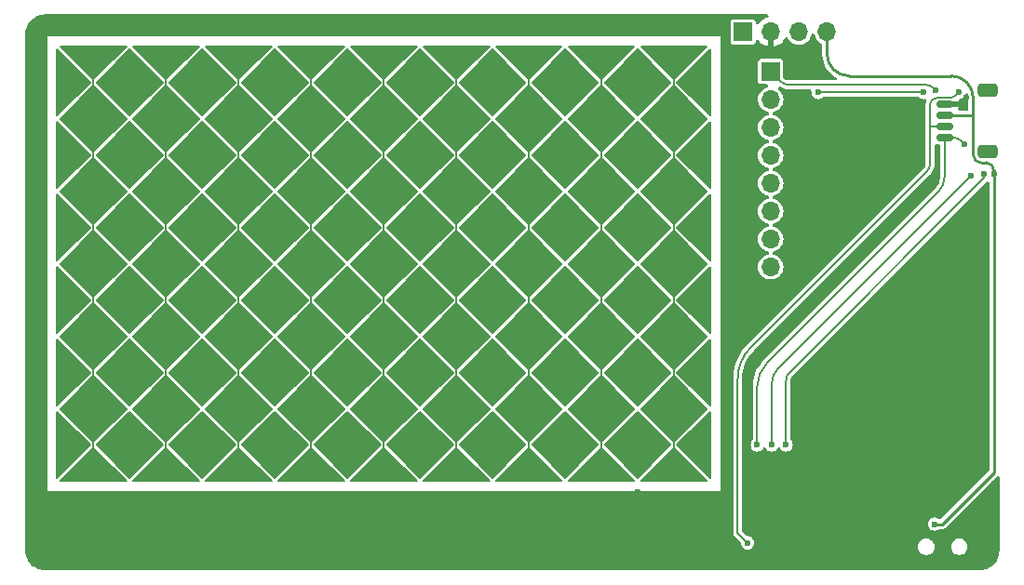
<source format=gbr>
%TF.GenerationSoftware,KiCad,Pcbnew,8.0.6*%
%TF.CreationDate,2025-06-19T14:22:04+09:00*%
%TF.ProjectId,card,63617264-2e6b-4696-9361-645f70636258,rev?*%
%TF.SameCoordinates,Original*%
%TF.FileFunction,Copper,L2,Bot*%
%TF.FilePolarity,Positive*%
%FSLAX46Y46*%
G04 Gerber Fmt 4.6, Leading zero omitted, Abs format (unit mm)*
G04 Created by KiCad (PCBNEW 8.0.6) date 2025-06-19 14:22:04*
%MOMM*%
%LPD*%
G01*
G04 APERTURE LIST*
G04 Aperture macros list*
%AMRoundRect*
0 Rectangle with rounded corners*
0 $1 Rounding radius*
0 $2 $3 $4 $5 $6 $7 $8 $9 X,Y pos of 4 corners*
0 Add a 4 corners polygon primitive as box body*
4,1,4,$2,$3,$4,$5,$6,$7,$8,$9,$2,$3,0*
0 Add four circle primitives for the rounded corners*
1,1,$1+$1,$2,$3*
1,1,$1+$1,$4,$5*
1,1,$1+$1,$6,$7*
1,1,$1+$1,$8,$9*
0 Add four rect primitives between the rounded corners*
20,1,$1+$1,$2,$3,$4,$5,0*
20,1,$1+$1,$4,$5,$6,$7,0*
20,1,$1+$1,$6,$7,$8,$9,0*
20,1,$1+$1,$8,$9,$2,$3,0*%
G04 Aperture macros list end*
%TA.AperFunction,Conductor*%
%ADD10C,0.200000*%
%TD*%
%TA.AperFunction,SMDPad,CuDef*%
%ADD11RoundRect,0.150000X-0.625000X0.150000X-0.625000X-0.150000X0.625000X-0.150000X0.625000X0.150000X0*%
%TD*%
%TA.AperFunction,SMDPad,CuDef*%
%ADD12RoundRect,0.250000X-0.650000X0.350000X-0.650000X-0.350000X0.650000X-0.350000X0.650000X0.350000X0*%
%TD*%
%TA.AperFunction,ComponentPad*%
%ADD13R,1.700000X1.700000*%
%TD*%
%TA.AperFunction,ComponentPad*%
%ADD14O,1.700000X1.700000*%
%TD*%
%TA.AperFunction,ViaPad*%
%ADD15C,0.600000*%
%TD*%
%TA.AperFunction,Conductor*%
%ADD16C,0.250000*%
%TD*%
%TA.AperFunction,Conductor*%
%ADD17C,0.150000*%
%TD*%
G04 APERTURE END LIST*
D10*
%TO.N,unconnected-(U2-RX11-Pad4)*%
X56100000Y-69600000D02*
X53100000Y-72600000D01*
X53100000Y-66600000D01*
X56100000Y-69600000D01*
%TA.AperFunction,Conductor*%
G36*
X56100000Y-69600000D02*
G01*
X53100000Y-72600000D01*
X53100000Y-66600000D01*
X56100000Y-69600000D01*
G37*
%TD.AperFunction*%
%TO.N,unconnected-(U2-RX10-Pad3)*%
X112500000Y-66000000D02*
X109500000Y-63000000D01*
X112500000Y-60000000D01*
X112500000Y-66000000D01*
%TA.AperFunction,Conductor*%
G36*
X112500000Y-66000000D02*
G01*
X109500000Y-63000000D01*
X112500000Y-60000000D01*
X112500000Y-66000000D01*
G37*
%TD.AperFunction*%
%TO.N,unconnected-(U2-RX1-Pad17)*%
X66000000Y-92700000D02*
X60000000Y-92700000D01*
X63000000Y-89700000D01*
X66000000Y-92700000D01*
%TA.AperFunction,Conductor*%
G36*
X66000000Y-92700000D02*
G01*
X60000000Y-92700000D01*
X63000000Y-89700000D01*
X66000000Y-92700000D01*
G37*
%TD.AperFunction*%
%TO.N,unconnected-(U2-RX14-Pad13)*%
X62700000Y-89400000D02*
X59700000Y-92400000D01*
X56700000Y-89400000D01*
X59700000Y-86400000D01*
X62700000Y-89400000D01*
%TA.AperFunction,Conductor*%
G36*
X62700000Y-89400000D02*
G01*
X59700000Y-92400000D01*
X56700000Y-89400000D01*
X59700000Y-86400000D01*
X62700000Y-89400000D01*
G37*
%TD.AperFunction*%
%TO.N,unconnected-(U2-RX5-Pad23)*%
X92400000Y-86100000D02*
X89400000Y-89100000D01*
X86400000Y-86100000D01*
X89400000Y-83100000D01*
X92400000Y-86100000D01*
%TA.AperFunction,Conductor*%
G36*
X92400000Y-86100000D02*
G01*
X89400000Y-89100000D01*
X86400000Y-86100000D01*
X89400000Y-83100000D01*
X92400000Y-86100000D01*
G37*
%TD.AperFunction*%
%TO.N,unconnected-(U2-RX0-Pad16)*%
X59400000Y-79500000D02*
X56400000Y-82500000D01*
X53400000Y-79500000D01*
X56400000Y-76500000D01*
X59400000Y-79500000D01*
%TA.AperFunction,Conductor*%
G36*
X59400000Y-79500000D02*
G01*
X56400000Y-82500000D01*
X53400000Y-79500000D01*
X56400000Y-76500000D01*
X59400000Y-79500000D01*
G37*
%TD.AperFunction*%
%TO.N,unconnected-(U2-RX14-Pad13)*%
X108900000Y-89400000D02*
X105900000Y-92400000D01*
X102900000Y-89400000D01*
X105900000Y-86400000D01*
X108900000Y-89400000D01*
%TA.AperFunction,Conductor*%
G36*
X108900000Y-89400000D02*
G01*
X105900000Y-92400000D01*
X102900000Y-89400000D01*
X105900000Y-86400000D01*
X108900000Y-89400000D01*
G37*
%TD.AperFunction*%
%TO.N,unconnected-(U2-RX0-Pad16)*%
X59400000Y-92700000D02*
X53400000Y-92700000D01*
X56400000Y-89700000D01*
X59400000Y-92700000D01*
%TA.AperFunction,Conductor*%
G36*
X59400000Y-92700000D02*
G01*
X53400000Y-92700000D01*
X56400000Y-89700000D01*
X59400000Y-92700000D01*
G37*
%TD.AperFunction*%
%TO.N,unconnected-(U2-RX14-Pad13)*%
X112500000Y-92400000D02*
X109500000Y-89400000D01*
X112500000Y-86400000D01*
X112500000Y-92400000D01*
%TA.AperFunction,Conductor*%
G36*
X112500000Y-92400000D02*
G01*
X109500000Y-89400000D01*
X112500000Y-86400000D01*
X112500000Y-92400000D01*
G37*
%TD.AperFunction*%
%TO.N,unconnected-(U2-RX4-Pad22)*%
X85800000Y-66300000D02*
X82800000Y-69300000D01*
X79800000Y-66300000D01*
X82800000Y-63300000D01*
X85800000Y-66300000D01*
%TA.AperFunction,Conductor*%
G36*
X85800000Y-66300000D02*
G01*
X82800000Y-69300000D01*
X79800000Y-66300000D01*
X82800000Y-63300000D01*
X85800000Y-66300000D01*
G37*
%TD.AperFunction*%
%TO.N,unconnected-(U2-RX2-Pad18)*%
X72600000Y-72900000D02*
X69600000Y-75900000D01*
X66600000Y-72900000D01*
X69600000Y-69900000D01*
X72600000Y-72900000D01*
%TA.AperFunction,Conductor*%
G36*
X72600000Y-72900000D02*
G01*
X69600000Y-75900000D01*
X66600000Y-72900000D01*
X69600000Y-69900000D01*
X72600000Y-72900000D01*
G37*
%TD.AperFunction*%
%TO.N,unconnected-(U2-RX10-Pad3)*%
X56100000Y-63000000D02*
X53100000Y-66000000D01*
X53100000Y-60000000D01*
X56100000Y-63000000D01*
%TA.AperFunction,Conductor*%
G36*
X56100000Y-63000000D02*
G01*
X53100000Y-66000000D01*
X53100000Y-60000000D01*
X56100000Y-63000000D01*
G37*
%TD.AperFunction*%
%TO.N,unconnected-(U2-RX13-Pad7)*%
X69300000Y-82800000D02*
X66300000Y-85800000D01*
X63300000Y-82800000D01*
X66300000Y-79800000D01*
X69300000Y-82800000D01*
%TA.AperFunction,Conductor*%
G36*
X69300000Y-82800000D02*
G01*
X66300000Y-85800000D01*
X63300000Y-82800000D01*
X66300000Y-79800000D01*
X69300000Y-82800000D01*
G37*
%TD.AperFunction*%
%TO.N,unconnected-(U2-RX2-Pad18)*%
X72600000Y-86100000D02*
X69600000Y-89100000D01*
X66600000Y-86100000D01*
X69600000Y-83100000D01*
X72600000Y-86100000D01*
%TA.AperFunction,Conductor*%
G36*
X72600000Y-86100000D02*
G01*
X69600000Y-89100000D01*
X66600000Y-86100000D01*
X69600000Y-83100000D01*
X72600000Y-86100000D01*
G37*
%TD.AperFunction*%
%TO.N,unconnected-(U2-RX5-Pad23)*%
X92400000Y-92700000D02*
X86400000Y-92700000D01*
X89400000Y-89700000D01*
X92400000Y-92700000D01*
%TA.AperFunction,Conductor*%
G36*
X92400000Y-92700000D02*
G01*
X86400000Y-92700000D01*
X89400000Y-89700000D01*
X92400000Y-92700000D01*
G37*
%TD.AperFunction*%
%TO.N,unconnected-(U2-RX2-Pad18)*%
X69600000Y-56100000D02*
X66600000Y-53100000D01*
X72600000Y-53100000D01*
X69600000Y-56100000D01*
%TA.AperFunction,Conductor*%
G36*
X69600000Y-56100000D02*
G01*
X66600000Y-53100000D01*
X72600000Y-53100000D01*
X69600000Y-56100000D01*
G37*
%TD.AperFunction*%
%TO.N,unconnected-(U2-RX6-Pad24)*%
X99000000Y-72900000D02*
X96000000Y-75900000D01*
X93000000Y-72900000D01*
X96000000Y-69900000D01*
X99000000Y-72900000D01*
%TA.AperFunction,Conductor*%
G36*
X99000000Y-72900000D02*
G01*
X96000000Y-75900000D01*
X93000000Y-72900000D01*
X96000000Y-69900000D01*
X99000000Y-72900000D01*
G37*
%TD.AperFunction*%
%TO.N,unconnected-(U2-RX7-Pad25)*%
X105600000Y-66300000D02*
X102600000Y-69300000D01*
X99600000Y-66300000D01*
X102600000Y-63300000D01*
X105600000Y-66300000D01*
%TA.AperFunction,Conductor*%
G36*
X105600000Y-66300000D02*
G01*
X102600000Y-69300000D01*
X99600000Y-66300000D01*
X102600000Y-63300000D01*
X105600000Y-66300000D01*
G37*
%TD.AperFunction*%
%TO.N,unconnected-(U2-RX9-Pad2)*%
X56100000Y-56400000D02*
X53100000Y-59400000D01*
X53100000Y-53400000D01*
X56100000Y-56400000D01*
%TA.AperFunction,Conductor*%
G36*
X56100000Y-56400000D02*
G01*
X53100000Y-59400000D01*
X53100000Y-53400000D01*
X56100000Y-56400000D01*
G37*
%TD.AperFunction*%
%TO.N,unconnected-(U2-RX11-Pad4)*%
X69300000Y-69600000D02*
X66300000Y-72600000D01*
X63300000Y-69600000D01*
X66300000Y-66600000D01*
X69300000Y-69600000D01*
%TA.AperFunction,Conductor*%
G36*
X69300000Y-69600000D02*
G01*
X66300000Y-72600000D01*
X63300000Y-69600000D01*
X66300000Y-66600000D01*
X69300000Y-69600000D01*
G37*
%TD.AperFunction*%
%TO.N,unconnected-(U2-RX9-Pad2)*%
X108900000Y-56400000D02*
X105900000Y-59400000D01*
X102900000Y-56400000D01*
X105900000Y-53400000D01*
X108900000Y-56400000D01*
%TA.AperFunction,Conductor*%
G36*
X108900000Y-56400000D02*
G01*
X105900000Y-59400000D01*
X102900000Y-56400000D01*
X105900000Y-53400000D01*
X108900000Y-56400000D01*
G37*
%TD.AperFunction*%
%TO.N,unconnected-(U2-RX10-Pad3)*%
X69300000Y-63000000D02*
X66300000Y-66000000D01*
X63300000Y-63000000D01*
X66300000Y-60000000D01*
X69300000Y-63000000D01*
%TA.AperFunction,Conductor*%
G36*
X69300000Y-63000000D02*
G01*
X66300000Y-66000000D01*
X63300000Y-63000000D01*
X66300000Y-60000000D01*
X69300000Y-63000000D01*
G37*
%TD.AperFunction*%
%TO.N,unconnected-(U2-RX5-Pad23)*%
X92400000Y-59700000D02*
X89400000Y-62700000D01*
X86400000Y-59700000D01*
X89400000Y-56700000D01*
X92400000Y-59700000D01*
%TA.AperFunction,Conductor*%
G36*
X92400000Y-59700000D02*
G01*
X89400000Y-62700000D01*
X86400000Y-59700000D01*
X89400000Y-56700000D01*
X92400000Y-59700000D01*
G37*
%TD.AperFunction*%
%TO.N,unconnected-(U2-RX2-Pad18)*%
X72600000Y-92700000D02*
X66600000Y-92700000D01*
X69600000Y-89700000D01*
X72600000Y-92700000D01*
%TA.AperFunction,Conductor*%
G36*
X72600000Y-92700000D02*
G01*
X66600000Y-92700000D01*
X69600000Y-89700000D01*
X72600000Y-92700000D01*
G37*
%TD.AperFunction*%
%TO.N,unconnected-(U2-RX13-Pad7)*%
X108900000Y-82800000D02*
X105900000Y-85800000D01*
X102900000Y-82800000D01*
X105900000Y-79800000D01*
X108900000Y-82800000D01*
%TA.AperFunction,Conductor*%
G36*
X108900000Y-82800000D02*
G01*
X105900000Y-85800000D01*
X102900000Y-82800000D01*
X105900000Y-79800000D01*
X108900000Y-82800000D01*
G37*
%TD.AperFunction*%
%TO.N,unconnected-(U2-RX11-Pad4)*%
X95700000Y-69600000D02*
X92700000Y-72600000D01*
X89700000Y-69600000D01*
X92700000Y-66600000D01*
X95700000Y-69600000D01*
%TA.AperFunction,Conductor*%
G36*
X95700000Y-69600000D02*
G01*
X92700000Y-72600000D01*
X89700000Y-69600000D01*
X92700000Y-66600000D01*
X95700000Y-69600000D01*
G37*
%TD.AperFunction*%
%TO.N,unconnected-(U2-RX8-Pad26)*%
X112200000Y-86100000D02*
X109200000Y-89100000D01*
X106200000Y-86100000D01*
X109200000Y-83100000D01*
X112200000Y-86100000D01*
%TA.AperFunction,Conductor*%
G36*
X112200000Y-86100000D02*
G01*
X109200000Y-89100000D01*
X106200000Y-86100000D01*
X109200000Y-83100000D01*
X112200000Y-86100000D01*
G37*
%TD.AperFunction*%
%TO.N,unconnected-(U2-RX5-Pad23)*%
X89400000Y-56100000D02*
X86400000Y-53100000D01*
X92400000Y-53100000D01*
X89400000Y-56100000D01*
%TA.AperFunction,Conductor*%
G36*
X89400000Y-56100000D02*
G01*
X86400000Y-53100000D01*
X92400000Y-53100000D01*
X89400000Y-56100000D01*
G37*
%TD.AperFunction*%
%TO.N,unconnected-(U2-RX4-Pad22)*%
X85800000Y-72900000D02*
X82800000Y-75900000D01*
X79800000Y-72900000D01*
X82800000Y-69900000D01*
X85800000Y-72900000D01*
%TA.AperFunction,Conductor*%
G36*
X85800000Y-72900000D02*
G01*
X82800000Y-75900000D01*
X79800000Y-72900000D01*
X82800000Y-69900000D01*
X85800000Y-72900000D01*
G37*
%TD.AperFunction*%
%TO.N,unconnected-(U2-RX10-Pad3)*%
X108900000Y-63000000D02*
X105900000Y-66000000D01*
X102900000Y-63000000D01*
X105900000Y-60000000D01*
X108900000Y-63000000D01*
%TA.AperFunction,Conductor*%
G36*
X108900000Y-63000000D02*
G01*
X105900000Y-66000000D01*
X102900000Y-63000000D01*
X105900000Y-60000000D01*
X108900000Y-63000000D01*
G37*
%TD.AperFunction*%
%TO.N,unconnected-(U2-RX0-Pad16)*%
X56400000Y-56100000D02*
X53400000Y-53100000D01*
X59400000Y-53100000D01*
X56400000Y-56100000D01*
%TA.AperFunction,Conductor*%
G36*
X56400000Y-56100000D02*
G01*
X53400000Y-53100000D01*
X59400000Y-53100000D01*
X56400000Y-56100000D01*
G37*
%TD.AperFunction*%
%TO.N,unconnected-(U2-RX10-Pad3)*%
X95700000Y-63000000D02*
X92700000Y-66000000D01*
X89700000Y-63000000D01*
X92700000Y-60000000D01*
X95700000Y-63000000D01*
%TA.AperFunction,Conductor*%
G36*
X95700000Y-63000000D02*
G01*
X92700000Y-66000000D01*
X89700000Y-63000000D01*
X92700000Y-60000000D01*
X95700000Y-63000000D01*
G37*
%TD.AperFunction*%
%TO.N,unconnected-(U2-RX3-Pad21)*%
X79200000Y-92700000D02*
X73200000Y-92700000D01*
X76200000Y-89700000D01*
X79200000Y-92700000D01*
%TA.AperFunction,Conductor*%
G36*
X79200000Y-92700000D02*
G01*
X73200000Y-92700000D01*
X76200000Y-89700000D01*
X79200000Y-92700000D01*
G37*
%TD.AperFunction*%
%TO.N,unconnected-(U2-RX12-Pad5)*%
X62700000Y-76200000D02*
X59700000Y-79200000D01*
X56700000Y-76200000D01*
X59700000Y-73200000D01*
X62700000Y-76200000D01*
%TA.AperFunction,Conductor*%
G36*
X62700000Y-76200000D02*
G01*
X59700000Y-79200000D01*
X56700000Y-76200000D01*
X59700000Y-73200000D01*
X62700000Y-76200000D01*
G37*
%TD.AperFunction*%
%TO.N,unconnected-(U2-RX9-Pad2)*%
X75900000Y-56400000D02*
X72900000Y-59400000D01*
X69900000Y-56400000D01*
X72900000Y-53400000D01*
X75900000Y-56400000D01*
%TA.AperFunction,Conductor*%
G36*
X75900000Y-56400000D02*
G01*
X72900000Y-59400000D01*
X69900000Y-56400000D01*
X72900000Y-53400000D01*
X75900000Y-56400000D01*
G37*
%TD.AperFunction*%
X62700000Y-56400000D02*
X59700000Y-59400000D01*
X56700000Y-56400000D01*
X59700000Y-53400000D01*
X62700000Y-56400000D01*
%TA.AperFunction,Conductor*%
G36*
X62700000Y-56400000D02*
G01*
X59700000Y-59400000D01*
X56700000Y-56400000D01*
X59700000Y-53400000D01*
X62700000Y-56400000D01*
G37*
%TD.AperFunction*%
%TO.N,unconnected-(U2-RX3-Pad21)*%
X79200000Y-79500000D02*
X76200000Y-82500000D01*
X73200000Y-79500000D01*
X76200000Y-76500000D01*
X79200000Y-79500000D01*
%TA.AperFunction,Conductor*%
G36*
X79200000Y-79500000D02*
G01*
X76200000Y-82500000D01*
X73200000Y-79500000D01*
X76200000Y-76500000D01*
X79200000Y-79500000D01*
G37*
%TD.AperFunction*%
%TO.N,unconnected-(U2-RX10-Pad3)*%
X102300000Y-63000000D02*
X99300000Y-66000000D01*
X96300000Y-63000000D01*
X99300000Y-60000000D01*
X102300000Y-63000000D01*
%TA.AperFunction,Conductor*%
G36*
X102300000Y-63000000D02*
G01*
X99300000Y-66000000D01*
X96300000Y-63000000D01*
X99300000Y-60000000D01*
X102300000Y-63000000D01*
G37*
%TD.AperFunction*%
%TO.N,unconnected-(U2-RX1-Pad17)*%
X66000000Y-86100000D02*
X63000000Y-89100000D01*
X60000000Y-86100000D01*
X63000000Y-83100000D01*
X66000000Y-86100000D01*
%TA.AperFunction,Conductor*%
G36*
X66000000Y-86100000D02*
G01*
X63000000Y-89100000D01*
X60000000Y-86100000D01*
X63000000Y-83100000D01*
X66000000Y-86100000D01*
G37*
%TD.AperFunction*%
%TO.N,unconnected-(U2-RX0-Pad16)*%
X59400000Y-72900000D02*
X56400000Y-75900000D01*
X53400000Y-72900000D01*
X56400000Y-69900000D01*
X59400000Y-72900000D01*
%TA.AperFunction,Conductor*%
G36*
X59400000Y-72900000D02*
G01*
X56400000Y-75900000D01*
X53400000Y-72900000D01*
X56400000Y-69900000D01*
X59400000Y-72900000D01*
G37*
%TD.AperFunction*%
%TO.N,unconnected-(U2-RX12-Pad5)*%
X89100000Y-76200000D02*
X86100000Y-79200000D01*
X83100000Y-76200000D01*
X86100000Y-73200000D01*
X89100000Y-76200000D01*
%TA.AperFunction,Conductor*%
G36*
X89100000Y-76200000D02*
G01*
X86100000Y-79200000D01*
X83100000Y-76200000D01*
X86100000Y-73200000D01*
X89100000Y-76200000D01*
G37*
%TD.AperFunction*%
%TO.N,unconnected-(U2-RX14-Pad13)*%
X82500000Y-89400000D02*
X79500000Y-92400000D01*
X76500000Y-89400000D01*
X79500000Y-86400000D01*
X82500000Y-89400000D01*
%TA.AperFunction,Conductor*%
G36*
X82500000Y-89400000D02*
G01*
X79500000Y-92400000D01*
X76500000Y-89400000D01*
X79500000Y-86400000D01*
X82500000Y-89400000D01*
G37*
%TD.AperFunction*%
%TO.N,unconnected-(U2-RX7-Pad25)*%
X105600000Y-59700000D02*
X102600000Y-62700000D01*
X99600000Y-59700000D01*
X102600000Y-56700000D01*
X105600000Y-59700000D01*
%TA.AperFunction,Conductor*%
G36*
X105600000Y-59700000D02*
G01*
X102600000Y-62700000D01*
X99600000Y-59700000D01*
X102600000Y-56700000D01*
X105600000Y-59700000D01*
G37*
%TD.AperFunction*%
%TO.N,unconnected-(U2-RX3-Pad21)*%
X79200000Y-72900000D02*
X76200000Y-75900000D01*
X73200000Y-72900000D01*
X76200000Y-69900000D01*
X79200000Y-72900000D01*
%TA.AperFunction,Conductor*%
G36*
X79200000Y-72900000D02*
G01*
X76200000Y-75900000D01*
X73200000Y-72900000D01*
X76200000Y-69900000D01*
X79200000Y-72900000D01*
G37*
%TD.AperFunction*%
%TO.N,unconnected-(U2-RX8-Pad26)*%
X112200000Y-79500000D02*
X109200000Y-82500000D01*
X106200000Y-79500000D01*
X109200000Y-76500000D01*
X112200000Y-79500000D01*
%TA.AperFunction,Conductor*%
G36*
X112200000Y-79500000D02*
G01*
X109200000Y-82500000D01*
X106200000Y-79500000D01*
X109200000Y-76500000D01*
X112200000Y-79500000D01*
G37*
%TD.AperFunction*%
%TO.N,unconnected-(U2-RX5-Pad23)*%
X92400000Y-72900000D02*
X89400000Y-75900000D01*
X86400000Y-72900000D01*
X89400000Y-69900000D01*
X92400000Y-72900000D01*
%TA.AperFunction,Conductor*%
G36*
X92400000Y-72900000D02*
G01*
X89400000Y-75900000D01*
X86400000Y-72900000D01*
X89400000Y-69900000D01*
X92400000Y-72900000D01*
G37*
%TD.AperFunction*%
%TO.N,unconnected-(U2-RX9-Pad2)*%
X95700000Y-56400000D02*
X92700000Y-59400000D01*
X89700000Y-56400000D01*
X92700000Y-53400000D01*
X95700000Y-56400000D01*
%TA.AperFunction,Conductor*%
G36*
X95700000Y-56400000D02*
G01*
X92700000Y-59400000D01*
X89700000Y-56400000D01*
X92700000Y-53400000D01*
X95700000Y-56400000D01*
G37*
%TD.AperFunction*%
%TO.N,unconnected-(U2-RX13-Pad7)*%
X75900000Y-82800000D02*
X72900000Y-85800000D01*
X69900000Y-82800000D01*
X72900000Y-79800000D01*
X75900000Y-82800000D01*
%TA.AperFunction,Conductor*%
G36*
X75900000Y-82800000D02*
G01*
X72900000Y-85800000D01*
X69900000Y-82800000D01*
X72900000Y-79800000D01*
X75900000Y-82800000D01*
G37*
%TD.AperFunction*%
%TO.N,unconnected-(U2-RX14-Pad13)*%
X69300000Y-89400000D02*
X66300000Y-92400000D01*
X63300000Y-89400000D01*
X66300000Y-86400000D01*
X69300000Y-89400000D01*
%TA.AperFunction,Conductor*%
G36*
X69300000Y-89400000D02*
G01*
X66300000Y-92400000D01*
X63300000Y-89400000D01*
X66300000Y-86400000D01*
X69300000Y-89400000D01*
G37*
%TD.AperFunction*%
%TO.N,unconnected-(U2-RX0-Pad16)*%
X59400000Y-66300000D02*
X56400000Y-69300000D01*
X53400000Y-66300000D01*
X56400000Y-63300000D01*
X59400000Y-66300000D01*
%TA.AperFunction,Conductor*%
G36*
X59400000Y-66300000D02*
G01*
X56400000Y-69300000D01*
X53400000Y-66300000D01*
X56400000Y-63300000D01*
X59400000Y-66300000D01*
G37*
%TD.AperFunction*%
%TO.N,unconnected-(U2-RX1-Pad17)*%
X66000000Y-79500000D02*
X63000000Y-82500000D01*
X60000000Y-79500000D01*
X63000000Y-76500000D01*
X66000000Y-79500000D01*
%TA.AperFunction,Conductor*%
G36*
X66000000Y-79500000D02*
G01*
X63000000Y-82500000D01*
X60000000Y-79500000D01*
X63000000Y-76500000D01*
X66000000Y-79500000D01*
G37*
%TD.AperFunction*%
%TO.N,unconnected-(U2-RX11-Pad4)*%
X82500000Y-69600000D02*
X79500000Y-72600000D01*
X76500000Y-69600000D01*
X79500000Y-66600000D01*
X82500000Y-69600000D01*
%TA.AperFunction,Conductor*%
G36*
X82500000Y-69600000D02*
G01*
X79500000Y-72600000D01*
X76500000Y-69600000D01*
X79500000Y-66600000D01*
X82500000Y-69600000D01*
G37*
%TD.AperFunction*%
%TO.N,unconnected-(U2-RX0-Pad16)*%
X59400000Y-86100000D02*
X56400000Y-89100000D01*
X53400000Y-86100000D01*
X56400000Y-83100000D01*
X59400000Y-86100000D01*
%TA.AperFunction,Conductor*%
G36*
X59400000Y-86100000D02*
G01*
X56400000Y-89100000D01*
X53400000Y-86100000D01*
X56400000Y-83100000D01*
X59400000Y-86100000D01*
G37*
%TD.AperFunction*%
%TO.N,unconnected-(U2-RX4-Pad22)*%
X82800000Y-56100000D02*
X79800000Y-53100000D01*
X85800000Y-53100000D01*
X82800000Y-56100000D01*
%TA.AperFunction,Conductor*%
G36*
X82800000Y-56100000D02*
G01*
X79800000Y-53100000D01*
X85800000Y-53100000D01*
X82800000Y-56100000D01*
G37*
%TD.AperFunction*%
%TO.N,unconnected-(U2-RX12-Pad5)*%
X69300000Y-76200000D02*
X66300000Y-79200000D01*
X63300000Y-76200000D01*
X66300000Y-73200000D01*
X69300000Y-76200000D01*
%TA.AperFunction,Conductor*%
G36*
X69300000Y-76200000D02*
G01*
X66300000Y-79200000D01*
X63300000Y-76200000D01*
X66300000Y-73200000D01*
X69300000Y-76200000D01*
G37*
%TD.AperFunction*%
%TO.N,unconnected-(U2-RX6-Pad24)*%
X99000000Y-59700000D02*
X96000000Y-62700000D01*
X93000000Y-59700000D01*
X96000000Y-56700000D01*
X99000000Y-59700000D01*
%TA.AperFunction,Conductor*%
G36*
X99000000Y-59700000D02*
G01*
X96000000Y-62700000D01*
X93000000Y-59700000D01*
X96000000Y-56700000D01*
X99000000Y-59700000D01*
G37*
%TD.AperFunction*%
%TO.N,unconnected-(U2-RX7-Pad25)*%
X105600000Y-86100000D02*
X102600000Y-89100000D01*
X99600000Y-86100000D01*
X102600000Y-83100000D01*
X105600000Y-86100000D01*
%TA.AperFunction,Conductor*%
G36*
X105600000Y-86100000D02*
G01*
X102600000Y-89100000D01*
X99600000Y-86100000D01*
X102600000Y-83100000D01*
X105600000Y-86100000D01*
G37*
%TD.AperFunction*%
%TO.N,unconnected-(U2-RX11-Pad4)*%
X112500000Y-72600000D02*
X109500000Y-69600000D01*
X112500000Y-66600000D01*
X112500000Y-72600000D01*
%TA.AperFunction,Conductor*%
G36*
X112500000Y-72600000D02*
G01*
X109500000Y-69600000D01*
X112500000Y-66600000D01*
X112500000Y-72600000D01*
G37*
%TD.AperFunction*%
%TO.N,unconnected-(U2-RX12-Pad5)*%
X95700000Y-76200000D02*
X92700000Y-79200000D01*
X89700000Y-76200000D01*
X92700000Y-73200000D01*
X95700000Y-76200000D01*
%TA.AperFunction,Conductor*%
G36*
X95700000Y-76200000D02*
G01*
X92700000Y-79200000D01*
X89700000Y-76200000D01*
X92700000Y-73200000D01*
X95700000Y-76200000D01*
G37*
%TD.AperFunction*%
%TO.N,unconnected-(U2-RX13-Pad7)*%
X95700000Y-82800000D02*
X92700000Y-85800000D01*
X89700000Y-82800000D01*
X92700000Y-79800000D01*
X95700000Y-82800000D01*
%TA.AperFunction,Conductor*%
G36*
X95700000Y-82800000D02*
G01*
X92700000Y-85800000D01*
X89700000Y-82800000D01*
X92700000Y-79800000D01*
X95700000Y-82800000D01*
G37*
%TD.AperFunction*%
%TO.N,unconnected-(U2-RX12-Pad5)*%
X102300000Y-76200000D02*
X99300000Y-79200000D01*
X96300000Y-76200000D01*
X99300000Y-73200000D01*
X102300000Y-76200000D01*
%TA.AperFunction,Conductor*%
G36*
X102300000Y-76200000D02*
G01*
X99300000Y-79200000D01*
X96300000Y-76200000D01*
X99300000Y-73200000D01*
X102300000Y-76200000D01*
G37*
%TD.AperFunction*%
%TO.N,unconnected-(U2-RX13-Pad7)*%
X89100000Y-82800000D02*
X86100000Y-85800000D01*
X83100000Y-82800000D01*
X86100000Y-79800000D01*
X89100000Y-82800000D01*
%TA.AperFunction,Conductor*%
G36*
X89100000Y-82800000D02*
G01*
X86100000Y-85800000D01*
X83100000Y-82800000D01*
X86100000Y-79800000D01*
X89100000Y-82800000D01*
G37*
%TD.AperFunction*%
X82500000Y-82800000D02*
X79500000Y-85800000D01*
X76500000Y-82800000D01*
X79500000Y-79800000D01*
X82500000Y-82800000D01*
%TA.AperFunction,Conductor*%
G36*
X82500000Y-82800000D02*
G01*
X79500000Y-85800000D01*
X76500000Y-82800000D01*
X79500000Y-79800000D01*
X82500000Y-82800000D01*
G37*
%TD.AperFunction*%
%TO.N,unconnected-(U2-RX10-Pad3)*%
X89100000Y-63000000D02*
X86100000Y-66000000D01*
X83100000Y-63000000D01*
X86100000Y-60000000D01*
X89100000Y-63000000D01*
%TA.AperFunction,Conductor*%
G36*
X89100000Y-63000000D02*
G01*
X86100000Y-66000000D01*
X83100000Y-63000000D01*
X86100000Y-60000000D01*
X89100000Y-63000000D01*
G37*
%TD.AperFunction*%
%TO.N,unconnected-(U2-RX12-Pad5)*%
X75900000Y-76200000D02*
X72900000Y-79200000D01*
X69900000Y-76200000D01*
X72900000Y-73200000D01*
X75900000Y-76200000D01*
%TA.AperFunction,Conductor*%
G36*
X75900000Y-76200000D02*
G01*
X72900000Y-79200000D01*
X69900000Y-76200000D01*
X72900000Y-73200000D01*
X75900000Y-76200000D01*
G37*
%TD.AperFunction*%
%TO.N,unconnected-(U2-RX9-Pad2)*%
X102300000Y-56400000D02*
X99300000Y-59400000D01*
X96300000Y-56400000D01*
X99300000Y-53400000D01*
X102300000Y-56400000D01*
%TA.AperFunction,Conductor*%
G36*
X102300000Y-56400000D02*
G01*
X99300000Y-59400000D01*
X96300000Y-56400000D01*
X99300000Y-53400000D01*
X102300000Y-56400000D01*
G37*
%TD.AperFunction*%
%TO.N,unconnected-(U2-RX7-Pad25)*%
X105600000Y-92700000D02*
X99600000Y-92700000D01*
X102600000Y-89700000D01*
X105600000Y-92700000D01*
%TA.AperFunction,Conductor*%
G36*
X105600000Y-92700000D02*
G01*
X99600000Y-92700000D01*
X102600000Y-89700000D01*
X105600000Y-92700000D01*
G37*
%TD.AperFunction*%
%TO.N,unconnected-(U2-RX14-Pad13)*%
X89100000Y-89400000D02*
X86100000Y-92400000D01*
X83100000Y-89400000D01*
X86100000Y-86400000D01*
X89100000Y-89400000D01*
%TA.AperFunction,Conductor*%
G36*
X89100000Y-89400000D02*
G01*
X86100000Y-92400000D01*
X83100000Y-89400000D01*
X86100000Y-86400000D01*
X89100000Y-89400000D01*
G37*
%TD.AperFunction*%
%TO.N,unconnected-(U2-RX13-Pad7)*%
X102300000Y-82800000D02*
X99300000Y-85800000D01*
X96300000Y-82800000D01*
X99300000Y-79800000D01*
X102300000Y-82800000D01*
%TA.AperFunction,Conductor*%
G36*
X102300000Y-82800000D02*
G01*
X99300000Y-85800000D01*
X96300000Y-82800000D01*
X99300000Y-79800000D01*
X102300000Y-82800000D01*
G37*
%TD.AperFunction*%
%TO.N,unconnected-(U2-RX6-Pad24)*%
X99000000Y-79500000D02*
X96000000Y-82500000D01*
X93000000Y-79500000D01*
X96000000Y-76500000D01*
X99000000Y-79500000D01*
%TA.AperFunction,Conductor*%
G36*
X99000000Y-79500000D02*
G01*
X96000000Y-82500000D01*
X93000000Y-79500000D01*
X96000000Y-76500000D01*
X99000000Y-79500000D01*
G37*
%TD.AperFunction*%
%TO.N,unconnected-(U2-RX5-Pad23)*%
X92400000Y-79500000D02*
X89400000Y-82500000D01*
X86400000Y-79500000D01*
X89400000Y-76500000D01*
X92400000Y-79500000D01*
%TA.AperFunction,Conductor*%
G36*
X92400000Y-79500000D02*
G01*
X89400000Y-82500000D01*
X86400000Y-79500000D01*
X89400000Y-76500000D01*
X92400000Y-79500000D01*
G37*
%TD.AperFunction*%
%TO.N,unconnected-(U2-RX14-Pad13)*%
X102300000Y-89400000D02*
X99300000Y-92400000D01*
X96300000Y-89400000D01*
X99300000Y-86400000D01*
X102300000Y-89400000D01*
%TA.AperFunction,Conductor*%
G36*
X102300000Y-89400000D02*
G01*
X99300000Y-92400000D01*
X96300000Y-89400000D01*
X99300000Y-86400000D01*
X102300000Y-89400000D01*
G37*
%TD.AperFunction*%
%TO.N,unconnected-(U2-RX3-Pad21)*%
X79200000Y-59700000D02*
X76200000Y-62700000D01*
X73200000Y-59700000D01*
X76200000Y-56700000D01*
X79200000Y-59700000D01*
%TA.AperFunction,Conductor*%
G36*
X79200000Y-59700000D02*
G01*
X76200000Y-62700000D01*
X73200000Y-59700000D01*
X76200000Y-56700000D01*
X79200000Y-59700000D01*
G37*
%TD.AperFunction*%
%TO.N,unconnected-(U2-RX7-Pad25)*%
X102600000Y-56100000D02*
X99600000Y-53100000D01*
X105600000Y-53100000D01*
X102600000Y-56100000D01*
%TA.AperFunction,Conductor*%
G36*
X102600000Y-56100000D02*
G01*
X99600000Y-53100000D01*
X105600000Y-53100000D01*
X102600000Y-56100000D01*
G37*
%TD.AperFunction*%
%TO.N,unconnected-(U2-RX14-Pad13)*%
X95700000Y-89400000D02*
X92700000Y-92400000D01*
X89700000Y-89400000D01*
X92700000Y-86400000D01*
X95700000Y-89400000D01*
%TA.AperFunction,Conductor*%
G36*
X95700000Y-89400000D02*
G01*
X92700000Y-92400000D01*
X89700000Y-89400000D01*
X92700000Y-86400000D01*
X95700000Y-89400000D01*
G37*
%TD.AperFunction*%
%TO.N,unconnected-(U2-RX11-Pad4)*%
X108900000Y-69600000D02*
X105900000Y-72600000D01*
X102900000Y-69600000D01*
X105900000Y-66600000D01*
X108900000Y-69600000D01*
%TA.AperFunction,Conductor*%
G36*
X108900000Y-69600000D02*
G01*
X105900000Y-72600000D01*
X102900000Y-69600000D01*
X105900000Y-66600000D01*
X108900000Y-69600000D01*
G37*
%TD.AperFunction*%
%TO.N,unconnected-(U2-RX9-Pad2)*%
X69300000Y-56400000D02*
X66300000Y-59400000D01*
X63300000Y-56400000D01*
X66300000Y-53400000D01*
X69300000Y-56400000D01*
%TA.AperFunction,Conductor*%
G36*
X69300000Y-56400000D02*
G01*
X66300000Y-59400000D01*
X63300000Y-56400000D01*
X66300000Y-53400000D01*
X69300000Y-56400000D01*
G37*
%TD.AperFunction*%
%TO.N,unconnected-(U2-RX14-Pad13)*%
X56100000Y-89400000D02*
X53100000Y-92400000D01*
X53100000Y-86400000D01*
X56100000Y-89400000D01*
%TA.AperFunction,Conductor*%
G36*
X56100000Y-89400000D02*
G01*
X53100000Y-92400000D01*
X53100000Y-86400000D01*
X56100000Y-89400000D01*
G37*
%TD.AperFunction*%
%TO.N,unconnected-(U2-RX11-Pad4)*%
X89100000Y-69600000D02*
X86100000Y-72600000D01*
X83100000Y-69600000D01*
X86100000Y-66600000D01*
X89100000Y-69600000D01*
%TA.AperFunction,Conductor*%
G36*
X89100000Y-69600000D02*
G01*
X86100000Y-72600000D01*
X83100000Y-69600000D01*
X86100000Y-66600000D01*
X89100000Y-69600000D01*
G37*
%TD.AperFunction*%
%TO.N,unconnected-(U2-RX10-Pad3)*%
X82500000Y-63000000D02*
X79500000Y-66000000D01*
X76500000Y-63000000D01*
X79500000Y-60000000D01*
X82500000Y-63000000D01*
%TA.AperFunction,Conductor*%
G36*
X82500000Y-63000000D02*
G01*
X79500000Y-66000000D01*
X76500000Y-63000000D01*
X79500000Y-60000000D01*
X82500000Y-63000000D01*
G37*
%TD.AperFunction*%
%TO.N,unconnected-(U2-RX2-Pad18)*%
X72600000Y-66300000D02*
X69600000Y-69300000D01*
X66600000Y-66300000D01*
X69600000Y-63300000D01*
X72600000Y-66300000D01*
%TA.AperFunction,Conductor*%
G36*
X72600000Y-66300000D02*
G01*
X69600000Y-69300000D01*
X66600000Y-66300000D01*
X69600000Y-63300000D01*
X72600000Y-66300000D01*
G37*
%TD.AperFunction*%
%TO.N,unconnected-(U2-RX9-Pad2)*%
X82500000Y-56400000D02*
X79500000Y-59400000D01*
X76500000Y-56400000D01*
X79500000Y-53400000D01*
X82500000Y-56400000D01*
%TA.AperFunction,Conductor*%
G36*
X82500000Y-56400000D02*
G01*
X79500000Y-59400000D01*
X76500000Y-56400000D01*
X79500000Y-53400000D01*
X82500000Y-56400000D01*
G37*
%TD.AperFunction*%
%TO.N,unconnected-(U2-RX10-Pad3)*%
X75900000Y-63000000D02*
X72900000Y-66000000D01*
X69900000Y-63000000D01*
X72900000Y-60000000D01*
X75900000Y-63000000D01*
%TA.AperFunction,Conductor*%
G36*
X75900000Y-63000000D02*
G01*
X72900000Y-66000000D01*
X69900000Y-63000000D01*
X72900000Y-60000000D01*
X75900000Y-63000000D01*
G37*
%TD.AperFunction*%
%TO.N,unconnected-(U2-RX13-Pad7)*%
X112500000Y-85800000D02*
X109500000Y-82800000D01*
X112500000Y-79800000D01*
X112500000Y-85800000D01*
%TA.AperFunction,Conductor*%
G36*
X112500000Y-85800000D02*
G01*
X109500000Y-82800000D01*
X112500000Y-79800000D01*
X112500000Y-85800000D01*
G37*
%TD.AperFunction*%
%TO.N,unconnected-(U2-RX4-Pad22)*%
X85800000Y-92700000D02*
X79800000Y-92700000D01*
X82800000Y-89700000D01*
X85800000Y-92700000D01*
%TA.AperFunction,Conductor*%
G36*
X85800000Y-92700000D02*
G01*
X79800000Y-92700000D01*
X82800000Y-89700000D01*
X85800000Y-92700000D01*
G37*
%TD.AperFunction*%
%TO.N,unconnected-(U2-RX5-Pad23)*%
X92400000Y-66300000D02*
X89400000Y-69300000D01*
X86400000Y-66300000D01*
X89400000Y-63300000D01*
X92400000Y-66300000D01*
%TA.AperFunction,Conductor*%
G36*
X92400000Y-66300000D02*
G01*
X89400000Y-69300000D01*
X86400000Y-66300000D01*
X89400000Y-63300000D01*
X92400000Y-66300000D01*
G37*
%TD.AperFunction*%
%TO.N,unconnected-(U2-RX0-Pad16)*%
X59400000Y-59700000D02*
X56400000Y-62700000D01*
X53400000Y-59700000D01*
X56400000Y-56700000D01*
X59400000Y-59700000D01*
%TA.AperFunction,Conductor*%
G36*
X59400000Y-59700000D02*
G01*
X56400000Y-62700000D01*
X53400000Y-59700000D01*
X56400000Y-56700000D01*
X59400000Y-59700000D01*
G37*
%TD.AperFunction*%
%TO.N,unconnected-(U2-RX8-Pad26)*%
X112200000Y-92700000D02*
X106200000Y-92700000D01*
X109200000Y-89700000D01*
X112200000Y-92700000D01*
%TA.AperFunction,Conductor*%
G36*
X112200000Y-92700000D02*
G01*
X106200000Y-92700000D01*
X109200000Y-89700000D01*
X112200000Y-92700000D01*
G37*
%TD.AperFunction*%
%TO.N,unconnected-(U2-RX4-Pad22)*%
X85800000Y-86100000D02*
X82800000Y-89100000D01*
X79800000Y-86100000D01*
X82800000Y-83100000D01*
X85800000Y-86100000D01*
%TA.AperFunction,Conductor*%
G36*
X85800000Y-86100000D02*
G01*
X82800000Y-89100000D01*
X79800000Y-86100000D01*
X82800000Y-83100000D01*
X85800000Y-86100000D01*
G37*
%TD.AperFunction*%
%TO.N,unconnected-(U2-RX7-Pad25)*%
X105600000Y-79500000D02*
X102600000Y-82500000D01*
X99600000Y-79500000D01*
X102600000Y-76500000D01*
X105600000Y-79500000D01*
%TA.AperFunction,Conductor*%
G36*
X105600000Y-79500000D02*
G01*
X102600000Y-82500000D01*
X99600000Y-79500000D01*
X102600000Y-76500000D01*
X105600000Y-79500000D01*
G37*
%TD.AperFunction*%
%TO.N,unconnected-(U2-RX8-Pad26)*%
X112200000Y-72900000D02*
X109200000Y-75900000D01*
X106200000Y-72900000D01*
X109200000Y-69900000D01*
X112200000Y-72900000D01*
%TA.AperFunction,Conductor*%
G36*
X112200000Y-72900000D02*
G01*
X109200000Y-75900000D01*
X106200000Y-72900000D01*
X109200000Y-69900000D01*
X112200000Y-72900000D01*
G37*
%TD.AperFunction*%
%TO.N,unconnected-(U2-RX6-Pad24)*%
X99000000Y-66300000D02*
X96000000Y-69300000D01*
X93000000Y-66300000D01*
X96000000Y-63300000D01*
X99000000Y-66300000D01*
%TA.AperFunction,Conductor*%
G36*
X99000000Y-66300000D02*
G01*
X96000000Y-69300000D01*
X93000000Y-66300000D01*
X96000000Y-63300000D01*
X99000000Y-66300000D01*
G37*
%TD.AperFunction*%
%TO.N,unconnected-(U2-RX13-Pad7)*%
X56100000Y-82800000D02*
X53100000Y-85800000D01*
X53100000Y-79800000D01*
X56100000Y-82800000D01*
%TA.AperFunction,Conductor*%
G36*
X56100000Y-82800000D02*
G01*
X53100000Y-85800000D01*
X53100000Y-79800000D01*
X56100000Y-82800000D01*
G37*
%TD.AperFunction*%
%TO.N,unconnected-(U2-RX6-Pad24)*%
X96000000Y-56100000D02*
X93000000Y-53100000D01*
X99000000Y-53100000D01*
X96000000Y-56100000D01*
%TA.AperFunction,Conductor*%
G36*
X96000000Y-56100000D02*
G01*
X93000000Y-53100000D01*
X99000000Y-53100000D01*
X96000000Y-56100000D01*
G37*
%TD.AperFunction*%
%TO.N,unconnected-(U2-RX12-Pad5)*%
X112500000Y-79200000D02*
X109500000Y-76200000D01*
X112500000Y-73200000D01*
X112500000Y-79200000D01*
%TA.AperFunction,Conductor*%
G36*
X112500000Y-79200000D02*
G01*
X109500000Y-76200000D01*
X112500000Y-73200000D01*
X112500000Y-79200000D01*
G37*
%TD.AperFunction*%
%TO.N,unconnected-(U2-RX2-Pad18)*%
X72600000Y-59700000D02*
X69600000Y-62700000D01*
X66600000Y-59700000D01*
X69600000Y-56700000D01*
X72600000Y-59700000D01*
%TA.AperFunction,Conductor*%
G36*
X72600000Y-59700000D02*
G01*
X69600000Y-62700000D01*
X66600000Y-59700000D01*
X69600000Y-56700000D01*
X72600000Y-59700000D01*
G37*
%TD.AperFunction*%
%TO.N,unconnected-(U2-RX11-Pad4)*%
X62700000Y-69600000D02*
X59700000Y-72600000D01*
X56700000Y-69600000D01*
X59700000Y-66600000D01*
X62700000Y-69600000D01*
%TA.AperFunction,Conductor*%
G36*
X62700000Y-69600000D02*
G01*
X59700000Y-72600000D01*
X56700000Y-69600000D01*
X59700000Y-66600000D01*
X62700000Y-69600000D01*
G37*
%TD.AperFunction*%
%TO.N,unconnected-(U2-RX10-Pad3)*%
X62700000Y-63000000D02*
X59700000Y-66000000D01*
X56700000Y-63000000D01*
X59700000Y-60000000D01*
X62700000Y-63000000D01*
%TA.AperFunction,Conductor*%
G36*
X62700000Y-63000000D02*
G01*
X59700000Y-66000000D01*
X56700000Y-63000000D01*
X59700000Y-60000000D01*
X62700000Y-63000000D01*
G37*
%TD.AperFunction*%
%TO.N,unconnected-(U2-RX11-Pad4)*%
X75900000Y-69600000D02*
X72900000Y-72600000D01*
X69900000Y-69600000D01*
X72900000Y-66600000D01*
X75900000Y-69600000D01*
%TA.AperFunction,Conductor*%
G36*
X75900000Y-69600000D02*
G01*
X72900000Y-72600000D01*
X69900000Y-69600000D01*
X72900000Y-66600000D01*
X75900000Y-69600000D01*
G37*
%TD.AperFunction*%
X102300000Y-69600000D02*
X99300000Y-72600000D01*
X96300000Y-69600000D01*
X99300000Y-66600000D01*
X102300000Y-69600000D01*
%TA.AperFunction,Conductor*%
G36*
X102300000Y-69600000D02*
G01*
X99300000Y-72600000D01*
X96300000Y-69600000D01*
X99300000Y-66600000D01*
X102300000Y-69600000D01*
G37*
%TD.AperFunction*%
%TO.N,unconnected-(U2-RX6-Pad24)*%
X99000000Y-86100000D02*
X96000000Y-89100000D01*
X93000000Y-86100000D01*
X96000000Y-83100000D01*
X99000000Y-86100000D01*
%TA.AperFunction,Conductor*%
G36*
X99000000Y-86100000D02*
G01*
X96000000Y-89100000D01*
X93000000Y-86100000D01*
X96000000Y-83100000D01*
X99000000Y-86100000D01*
G37*
%TD.AperFunction*%
%TO.N,unconnected-(U2-RX13-Pad7)*%
X62700000Y-82800000D02*
X59700000Y-85800000D01*
X56700000Y-82800000D01*
X59700000Y-79800000D01*
X62700000Y-82800000D01*
%TA.AperFunction,Conductor*%
G36*
X62700000Y-82800000D02*
G01*
X59700000Y-85800000D01*
X56700000Y-82800000D01*
X59700000Y-79800000D01*
X62700000Y-82800000D01*
G37*
%TD.AperFunction*%
%TO.N,unconnected-(U2-RX8-Pad26)*%
X109200000Y-56100000D02*
X106200000Y-53100000D01*
X112200000Y-53100000D01*
X109200000Y-56100000D01*
%TA.AperFunction,Conductor*%
G36*
X109200000Y-56100000D02*
G01*
X106200000Y-53100000D01*
X112200000Y-53100000D01*
X109200000Y-56100000D01*
G37*
%TD.AperFunction*%
%TO.N,unconnected-(U2-RX4-Pad22)*%
X85800000Y-79500000D02*
X82800000Y-82500000D01*
X79800000Y-79500000D01*
X82800000Y-76500000D01*
X85800000Y-79500000D01*
%TA.AperFunction,Conductor*%
G36*
X85800000Y-79500000D02*
G01*
X82800000Y-82500000D01*
X79800000Y-79500000D01*
X82800000Y-76500000D01*
X85800000Y-79500000D01*
G37*
%TD.AperFunction*%
%TO.N,unconnected-(U2-RX8-Pad26)*%
X112200000Y-66300000D02*
X109200000Y-69300000D01*
X106200000Y-66300000D01*
X109200000Y-63300000D01*
X112200000Y-66300000D01*
%TA.AperFunction,Conductor*%
G36*
X112200000Y-66300000D02*
G01*
X109200000Y-69300000D01*
X106200000Y-66300000D01*
X109200000Y-63300000D01*
X112200000Y-66300000D01*
G37*
%TD.AperFunction*%
%TO.N,unconnected-(U2-RX1-Pad17)*%
X66000000Y-72900000D02*
X63000000Y-75900000D01*
X60000000Y-72900000D01*
X63000000Y-69900000D01*
X66000000Y-72900000D01*
%TA.AperFunction,Conductor*%
G36*
X66000000Y-72900000D02*
G01*
X63000000Y-75900000D01*
X60000000Y-72900000D01*
X63000000Y-69900000D01*
X66000000Y-72900000D01*
G37*
%TD.AperFunction*%
%TO.N,unconnected-(U2-RX12-Pad5)*%
X108900000Y-76200000D02*
X105900000Y-79200000D01*
X102900000Y-76200000D01*
X105900000Y-73200000D01*
X108900000Y-76200000D01*
%TA.AperFunction,Conductor*%
G36*
X108900000Y-76200000D02*
G01*
X105900000Y-79200000D01*
X102900000Y-76200000D01*
X105900000Y-73200000D01*
X108900000Y-76200000D01*
G37*
%TD.AperFunction*%
%TO.N,unconnected-(U2-RX3-Pad21)*%
X79200000Y-86100000D02*
X76200000Y-89100000D01*
X73200000Y-86100000D01*
X76200000Y-83100000D01*
X79200000Y-86100000D01*
%TA.AperFunction,Conductor*%
G36*
X79200000Y-86100000D02*
G01*
X76200000Y-89100000D01*
X73200000Y-86100000D01*
X76200000Y-83100000D01*
X79200000Y-86100000D01*
G37*
%TD.AperFunction*%
%TO.N,unconnected-(U2-RX12-Pad5)*%
X56100000Y-76200000D02*
X53100000Y-79200000D01*
X53100000Y-73200000D01*
X56100000Y-76200000D01*
%TA.AperFunction,Conductor*%
G36*
X56100000Y-76200000D02*
G01*
X53100000Y-79200000D01*
X53100000Y-73200000D01*
X56100000Y-76200000D01*
G37*
%TD.AperFunction*%
%TO.N,unconnected-(U2-RX1-Pad17)*%
X66000000Y-59700000D02*
X63000000Y-62700000D01*
X60000000Y-59700000D01*
X63000000Y-56700000D01*
X66000000Y-59700000D01*
%TA.AperFunction,Conductor*%
G36*
X66000000Y-59700000D02*
G01*
X63000000Y-62700000D01*
X60000000Y-59700000D01*
X63000000Y-56700000D01*
X66000000Y-59700000D01*
G37*
%TD.AperFunction*%
X66000000Y-66300000D02*
X63000000Y-69300000D01*
X60000000Y-66300000D01*
X63000000Y-63300000D01*
X66000000Y-66300000D01*
%TA.AperFunction,Conductor*%
G36*
X66000000Y-66300000D02*
G01*
X63000000Y-69300000D01*
X60000000Y-66300000D01*
X63000000Y-63300000D01*
X66000000Y-66300000D01*
G37*
%TD.AperFunction*%
%TO.N,unconnected-(U2-RX14-Pad13)*%
X75900000Y-89400000D02*
X72900000Y-92400000D01*
X69900000Y-89400000D01*
X72900000Y-86400000D01*
X75900000Y-89400000D01*
%TA.AperFunction,Conductor*%
G36*
X75900000Y-89400000D02*
G01*
X72900000Y-92400000D01*
X69900000Y-89400000D01*
X72900000Y-86400000D01*
X75900000Y-89400000D01*
G37*
%TD.AperFunction*%
%TO.N,unconnected-(U2-RX4-Pad22)*%
X85800000Y-59700000D02*
X82800000Y-62700000D01*
X79800000Y-59700000D01*
X82800000Y-56700000D01*
X85800000Y-59700000D01*
%TA.AperFunction,Conductor*%
G36*
X85800000Y-59700000D02*
G01*
X82800000Y-62700000D01*
X79800000Y-59700000D01*
X82800000Y-56700000D01*
X85800000Y-59700000D01*
G37*
%TD.AperFunction*%
%TO.N,unconnected-(U2-RX7-Pad25)*%
X105600000Y-72900000D02*
X102600000Y-75900000D01*
X99600000Y-72900000D01*
X102600000Y-69900000D01*
X105600000Y-72900000D01*
%TA.AperFunction,Conductor*%
G36*
X105600000Y-72900000D02*
G01*
X102600000Y-75900000D01*
X99600000Y-72900000D01*
X102600000Y-69900000D01*
X105600000Y-72900000D01*
G37*
%TD.AperFunction*%
%TO.N,unconnected-(U2-RX9-Pad2)*%
X112500000Y-59400000D02*
X109500000Y-56400000D01*
X112500000Y-53400000D01*
X112500000Y-59400000D01*
%TA.AperFunction,Conductor*%
G36*
X112500000Y-59400000D02*
G01*
X109500000Y-56400000D01*
X112500000Y-53400000D01*
X112500000Y-59400000D01*
G37*
%TD.AperFunction*%
%TO.N,unconnected-(U2-RX3-Pad21)*%
X79200000Y-66300000D02*
X76200000Y-69300000D01*
X73200000Y-66300000D01*
X76200000Y-63300000D01*
X79200000Y-66300000D01*
%TA.AperFunction,Conductor*%
G36*
X79200000Y-66300000D02*
G01*
X76200000Y-69300000D01*
X73200000Y-66300000D01*
X76200000Y-63300000D01*
X79200000Y-66300000D01*
G37*
%TD.AperFunction*%
%TO.N,unconnected-(U2-RX12-Pad5)*%
X82500000Y-76200000D02*
X79500000Y-79200000D01*
X76500000Y-76200000D01*
X79500000Y-73200000D01*
X82500000Y-76200000D01*
%TA.AperFunction,Conductor*%
G36*
X82500000Y-76200000D02*
G01*
X79500000Y-79200000D01*
X76500000Y-76200000D01*
X79500000Y-73200000D01*
X82500000Y-76200000D01*
G37*
%TD.AperFunction*%
%TO.N,unconnected-(U2-RX6-Pad24)*%
X99000000Y-92700000D02*
X93000000Y-92700000D01*
X96000000Y-89700000D01*
X99000000Y-92700000D01*
%TA.AperFunction,Conductor*%
G36*
X99000000Y-92700000D02*
G01*
X93000000Y-92700000D01*
X96000000Y-89700000D01*
X99000000Y-92700000D01*
G37*
%TD.AperFunction*%
%TO.N,unconnected-(U2-RX2-Pad18)*%
X72600000Y-79500000D02*
X69600000Y-82500000D01*
X66600000Y-79500000D01*
X69600000Y-76500000D01*
X72600000Y-79500000D01*
%TA.AperFunction,Conductor*%
G36*
X72600000Y-79500000D02*
G01*
X69600000Y-82500000D01*
X66600000Y-79500000D01*
X69600000Y-76500000D01*
X72600000Y-79500000D01*
G37*
%TD.AperFunction*%
%TO.N,unconnected-(U2-RX3-Pad21)*%
X76200000Y-56100000D02*
X73200000Y-53100000D01*
X79200000Y-53100000D01*
X76200000Y-56100000D01*
%TA.AperFunction,Conductor*%
G36*
X76200000Y-56100000D02*
G01*
X73200000Y-53100000D01*
X79200000Y-53100000D01*
X76200000Y-56100000D01*
G37*
%TD.AperFunction*%
%TO.N,unconnected-(U2-RX9-Pad2)*%
X89100000Y-56400000D02*
X86100000Y-59400000D01*
X83100000Y-56400000D01*
X86100000Y-53400000D01*
X89100000Y-56400000D01*
%TA.AperFunction,Conductor*%
G36*
X89100000Y-56400000D02*
G01*
X86100000Y-59400000D01*
X83100000Y-56400000D01*
X86100000Y-53400000D01*
X89100000Y-56400000D01*
G37*
%TD.AperFunction*%
%TO.N,unconnected-(U2-RX1-Pad17)*%
X63000000Y-56100000D02*
X60000000Y-53100000D01*
X66000000Y-53100000D01*
X63000000Y-56100000D01*
%TA.AperFunction,Conductor*%
G36*
X63000000Y-56100000D02*
G01*
X60000000Y-53100000D01*
X66000000Y-53100000D01*
X63000000Y-56100000D01*
G37*
%TD.AperFunction*%
%TO.N,unconnected-(U2-RX8-Pad26)*%
X112200000Y-59700000D02*
X109200000Y-62700000D01*
X106200000Y-59700000D01*
X109200000Y-56700000D01*
X112200000Y-59700000D01*
%TA.AperFunction,Conductor*%
G36*
X112200000Y-59700000D02*
G01*
X109200000Y-62700000D01*
X106200000Y-59700000D01*
X109200000Y-56700000D01*
X112200000Y-59700000D01*
G37*
%TD.AperFunction*%
%TD*%
D11*
%TO.P,J3,1,Pin_1*%
%TO.N,GND*%
X133825000Y-58400000D03*
%TO.P,J3,2,Pin_2*%
%TO.N,+BATT*%
X133825000Y-59400000D03*
%TO.P,J3,3,Pin_3*%
%TO.N,/SDA*%
X133825000Y-60400000D03*
%TO.P,J3,4,Pin_4*%
%TO.N,/SCL*%
X133825000Y-61400000D03*
D12*
%TO.P,J3,MP*%
%TO.N,N/C*%
X137700000Y-57100000D03*
X137700000Y-62700000D03*
%TD*%
D13*
%TO.P,J2,1,Pin_1*%
%TO.N,/SWDCLK*%
X115500000Y-51800000D03*
D14*
%TO.P,J2,2,Pin_2*%
%TO.N,GND*%
X118040000Y-51800000D03*
%TO.P,J2,3,Pin_3*%
%TO.N,/SWDIO*%
X120580000Y-51800000D03*
%TO.P,J2,4,Pin_4*%
%TO.N,+BATT*%
X123120000Y-51800000D03*
%TD*%
D13*
%TO.P,J1,1,Pin_1*%
%TO.N,/~{RESET}*%
X118000000Y-55400000D03*
D14*
%TO.P,J1,2,Pin_2*%
%TO.N,/P0_08*%
X118000000Y-57940000D03*
%TO.P,J1,3,Pin_3*%
%TO.N,/P0_17*%
X118000000Y-60480000D03*
%TO.P,J1,4,Pin_4*%
%TO.N,/P0_05*%
X118000000Y-63020000D03*
%TO.P,J1,5,Pin_5*%
%TO.N,/P0_03*%
X118000000Y-65560000D03*
%TO.P,J1,6,Pin_6*%
%TO.N,/P0_15*%
X118000000Y-68100000D03*
%TO.P,J1,7,Pin_7*%
%TO.N,/P0_04*%
X118000000Y-70640000D03*
%TO.P,J1,8,Pin_8*%
%TO.N,/P0_11*%
X118000000Y-73180000D03*
%TD*%
D15*
%TO.N,GND*%
X129800000Y-95800000D03*
X126100000Y-88900000D03*
X133600000Y-98700000D03*
X138300000Y-98700000D03*
X138300000Y-92900000D03*
%TO.N,+BATT*%
X132900000Y-96600000D03*
%TO.N,GND*%
X114000000Y-72900000D03*
X81500000Y-51500000D03*
X59700000Y-93900000D03*
X51500000Y-81500000D03*
X127500000Y-79700000D03*
X72900000Y-93900000D03*
X61500000Y-51500000D03*
X131600000Y-63500000D03*
X114000000Y-91400000D03*
X79500000Y-93900000D03*
X111500000Y-51500000D03*
X91500000Y-51500000D03*
X105900000Y-93700000D03*
X114000000Y-79500000D03*
X71500000Y-51500000D03*
X133200000Y-62600000D03*
X137100000Y-68700000D03*
X114000000Y-85800000D03*
X114000000Y-66300000D03*
X126500000Y-100200000D03*
X101500000Y-51500000D03*
X51500000Y-91500000D03*
X51500000Y-99500000D03*
X125100000Y-73100000D03*
X61500000Y-99500000D03*
X137100000Y-79700000D03*
X123800000Y-71500000D03*
X99300000Y-93900000D03*
X117000000Y-81100000D03*
X101500000Y-99500000D03*
X86100000Y-93900000D03*
X125600000Y-59200000D03*
X51500000Y-51500000D03*
X115900000Y-85800000D03*
X121000000Y-84700000D03*
X81500000Y-99500000D03*
X111500000Y-99500000D03*
X51500000Y-71500000D03*
X91500000Y-99500000D03*
X92700000Y-93900000D03*
X119300000Y-96600000D03*
X66300000Y-93900000D03*
X135800000Y-57800000D03*
X51500000Y-61500000D03*
X114000000Y-59700000D03*
X124500000Y-96700000D03*
X71500000Y-99500000D03*
%TO.N,+BATT*%
X138300000Y-64700000D03*
%TO.N,/SCL*%
X116775000Y-89400000D03*
X135600000Y-62000000D03*
%TO.N,/SDA*%
X135100000Y-57300000D03*
X115900000Y-98300000D03*
%TO.N,/INT*%
X137400000Y-64700000D03*
X119400000Y-89400000D03*
%TO.N,/SYNC*%
X118100000Y-89400000D03*
X136190773Y-64900000D03*
%TO.N,Net-(D2-A)*%
X131900000Y-57300000D03*
X122300000Y-57300000D03*
%TO.N,/~{RESET}*%
X133000000Y-57100000D03*
%TO.N,unconnected-(U2-RX5-Pad23)*%
X89400000Y-90100000D03*
%TO.N,unconnected-(U2-RX3-Pad21)*%
X76200000Y-90100000D03*
%TO.N,unconnected-(U2-RX8-Pad26)*%
X109200000Y-90100000D03*
%TO.N,unconnected-(U2-RX0-Pad16)*%
X56400000Y-90100000D03*
%TO.N,unconnected-(U2-RX7-Pad25)*%
X102600000Y-90100000D03*
%TO.N,unconnected-(U2-RX9-Pad2)*%
X75500000Y-56400000D03*
X103300000Y-56400000D03*
X90100000Y-56400000D03*
X57100000Y-56400000D03*
X76900000Y-56400000D03*
X88700000Y-56400000D03*
X70300000Y-56400000D03*
X95300000Y-56400000D03*
X96700000Y-56400000D03*
X101900000Y-56400000D03*
X62300000Y-56400000D03*
X63700000Y-56400000D03*
X68900000Y-56400000D03*
X55700000Y-56400000D03*
X82100000Y-56400000D03*
X108500000Y-56400000D03*
X109900000Y-56400000D03*
X83500000Y-56400000D03*
%TO.N,unconnected-(U2-RX12-Pad5)*%
X108500000Y-76200000D03*
X95300000Y-76200000D03*
X109900000Y-76200000D03*
X90100000Y-76200000D03*
X101900000Y-76200000D03*
X62300000Y-76200000D03*
X83500000Y-76200000D03*
X55700000Y-76200000D03*
X96700000Y-76200000D03*
X82100000Y-76200000D03*
X88700000Y-76200000D03*
X68900000Y-76200000D03*
X76900000Y-76200000D03*
X75500000Y-76200000D03*
X57100000Y-76200000D03*
X70300000Y-76200000D03*
X103300000Y-76200000D03*
X63700000Y-76200000D03*
%TO.N,unconnected-(U2-RX13-Pad7)*%
X108500000Y-82800000D03*
X57100000Y-82800000D03*
X62300000Y-82800000D03*
X83500000Y-82800000D03*
X103300000Y-82800000D03*
X95300000Y-82800000D03*
X96700000Y-82800000D03*
X68900000Y-82800000D03*
X82100000Y-82800000D03*
X76900000Y-82800000D03*
X109900000Y-82800000D03*
X63700000Y-82800000D03*
X55700000Y-82800000D03*
X88700000Y-82800000D03*
X70300000Y-82800000D03*
X75500000Y-82800000D03*
X101900000Y-82800000D03*
X90100000Y-82800000D03*
%TO.N,unconnected-(U2-RX14-Pad13)*%
X101900000Y-89400000D03*
X109900000Y-89400000D03*
X82100000Y-89400000D03*
X57100000Y-89400000D03*
X62300000Y-89400000D03*
X88700000Y-89400000D03*
X68900000Y-89400000D03*
X103300000Y-89400000D03*
X75500000Y-89400000D03*
X63700000Y-89400000D03*
X83500000Y-89400000D03*
X96700000Y-89400000D03*
X90100000Y-89400000D03*
X95300000Y-89400000D03*
X76900000Y-89400000D03*
X55700000Y-89400000D03*
X70300000Y-89400000D03*
X108500000Y-89400000D03*
%TO.N,unconnected-(U2-RX2-Pad18)*%
X69600000Y-90100000D03*
%TO.N,unconnected-(U2-RX6-Pad24)*%
X96000000Y-90100000D03*
%TO.N,unconnected-(U2-RX1-Pad17)*%
X63000000Y-90100000D03*
%TO.N,unconnected-(U2-RX4-Pad22)*%
X82800000Y-90100000D03*
%TO.N,unconnected-(U2-RX10-Pad3)*%
X96700000Y-63000000D03*
X55700000Y-63000000D03*
X88700000Y-63000000D03*
X90100000Y-63000000D03*
X95300000Y-63000000D03*
X83500000Y-63000000D03*
X62300000Y-63000000D03*
X68900000Y-63000000D03*
X109900000Y-63000000D03*
X76900000Y-63000000D03*
X82100000Y-63000000D03*
X70300000Y-63000000D03*
X108500000Y-63000000D03*
X101900000Y-63000000D03*
X63700000Y-63000000D03*
X57100000Y-63000000D03*
X103300000Y-63000000D03*
X75500000Y-63000000D03*
%TO.N,unconnected-(U2-RX11-Pad4)*%
X103300000Y-69600000D03*
X101900000Y-69600000D03*
X96700000Y-69600000D03*
X108500000Y-69600000D03*
X109900000Y-69600000D03*
X75500000Y-69600000D03*
X76900000Y-69600000D03*
X88700000Y-69600000D03*
X83500000Y-69600000D03*
X82100000Y-69600000D03*
X63700000Y-69600000D03*
X95300000Y-69600000D03*
X57100000Y-69600000D03*
X55700000Y-69600000D03*
X70300000Y-69600000D03*
X90100000Y-69600000D03*
X62300000Y-69600000D03*
X68900000Y-69600000D03*
%TD*%
D16*
%TO.N,+BATT*%
X132900000Y-96600000D02*
X133600000Y-96600000D01*
X138300000Y-91900000D02*
X138300000Y-64700000D01*
X133600000Y-96600000D02*
X138300000Y-91900000D01*
X136425000Y-59400000D02*
X136425000Y-57800000D01*
X137600000Y-63700000D02*
X137125000Y-63700000D01*
X133825000Y-59400000D02*
X136425000Y-59400000D01*
X134425000Y-55800000D02*
X125120000Y-55800000D01*
X138300000Y-64700000D02*
X138300000Y-64400000D01*
X123120000Y-53800000D02*
X123120000Y-51800000D01*
X136425000Y-63000000D02*
X136425000Y-59400000D01*
X137125000Y-63700000D02*
G75*
G02*
X136425000Y-63000000I0J700000D01*
G01*
X134425000Y-55800000D02*
G75*
G02*
X136425000Y-57800000I0J-2000000D01*
G01*
X137600000Y-63700000D02*
G75*
G02*
X138300000Y-64400000I0J-700000D01*
G01*
X125120000Y-55800000D02*
G75*
G02*
X123120000Y-53800000I0J2000000D01*
G01*
D10*
%TO.N,/SCL*%
X133825000Y-61400000D02*
X133825000Y-64946573D01*
X116775000Y-84067641D02*
X116775000Y-89400000D01*
X133825000Y-61400000D02*
X134585786Y-61400000D01*
X135292893Y-61692893D02*
X135600000Y-62000000D01*
X133239213Y-66360787D02*
X117653679Y-81946321D01*
X135292893Y-61692893D02*
G75*
G03*
X134585786Y-61400010I-707093J-707107D01*
G01*
X133239213Y-66360787D02*
G75*
G03*
X133824981Y-64946573I-1414213J1414187D01*
G01*
X117653679Y-81946321D02*
G75*
G03*
X116775029Y-84067641I2121321J-2121279D01*
G01*
%TO.N,/SDA*%
X134185786Y-57800000D02*
X133100000Y-57800000D01*
X133825000Y-60400000D02*
X132500000Y-60400000D01*
X132500000Y-58400000D02*
X132500000Y-60400000D01*
X135100000Y-57300000D02*
X134892893Y-57507107D01*
X132500000Y-60400000D02*
X132500000Y-63785786D01*
X115000000Y-97400000D02*
X115900000Y-98300000D01*
X132207107Y-64492893D02*
X116171573Y-80528427D01*
X115000000Y-83356854D02*
X115000000Y-97400000D01*
X116171573Y-80528427D02*
G75*
G03*
X114999968Y-83356854I2828427J-2828473D01*
G01*
X133100000Y-57800000D02*
G75*
G03*
X132500000Y-58400000I0J-600000D01*
G01*
X134892893Y-57507107D02*
G75*
G02*
X134185786Y-57799990I-707093J707107D01*
G01*
X132500000Y-63785786D02*
G75*
G02*
X132207114Y-64492900I-1000000J-14D01*
G01*
%TO.N,/INT*%
X137400000Y-65100000D02*
X119692893Y-82807107D01*
X137400000Y-64700000D02*
X137400000Y-65100000D01*
X119400000Y-83514214D02*
X119400000Y-89400000D01*
X119692893Y-82807107D02*
G75*
G03*
X119400010Y-83514214I707107J-707093D01*
G01*
%TO.N,/SYNC*%
X136190773Y-64900000D02*
X118685786Y-82404987D01*
X118100000Y-83819200D02*
X118100000Y-89400000D01*
X118100000Y-83819200D02*
G75*
G02*
X118685786Y-82404987I2000000J0D01*
G01*
%TO.N,Net-(D2-A)*%
X122300000Y-57300000D02*
X131900000Y-57300000D01*
%TO.N,/~{RESET}*%
X133000000Y-57100000D02*
X132792893Y-56892893D01*
X132085786Y-56600000D02*
X119614214Y-56600000D01*
X118907107Y-56307107D02*
X118000000Y-55400000D01*
X118907107Y-56307107D02*
G75*
G03*
X119614214Y-56599990I707093J707107D01*
G01*
X132085786Y-56600000D02*
G75*
G02*
X132792900Y-56892886I14J-1000000D01*
G01*
D17*
%TO.N,unconnected-(U2-RX5-Pad23)*%
X89400000Y-54600000D02*
X89400000Y-90100000D01*
X89400000Y-90100000D02*
X89400000Y-91200000D01*
%TO.N,unconnected-(U2-RX3-Pad21)*%
X76200000Y-54600000D02*
X76200000Y-90200000D01*
X76200000Y-90200000D02*
X76200000Y-91200000D01*
%TO.N,unconnected-(U2-RX8-Pad26)*%
X109200000Y-90100000D02*
X109200000Y-91200000D01*
X109200000Y-54600000D02*
X109200000Y-90100000D01*
%TO.N,unconnected-(U2-RX0-Pad16)*%
X56400000Y-54600000D02*
X56400000Y-90100000D01*
X56400000Y-90100000D02*
X56400000Y-91200000D01*
%TO.N,unconnected-(U2-RX7-Pad25)*%
X102600000Y-54600000D02*
X102600000Y-90100000D01*
X102600000Y-90100000D02*
X102600000Y-91200000D01*
%TO.N,unconnected-(U2-RX2-Pad18)*%
X69600000Y-90100000D02*
X69600000Y-91200000D01*
X69600000Y-54600000D02*
X69600000Y-90100000D01*
%TO.N,unconnected-(U2-RX6-Pad24)*%
X96000000Y-90100000D02*
X96000000Y-91200000D01*
X96000000Y-54600000D02*
X96000000Y-90100000D01*
%TO.N,unconnected-(U2-RX1-Pad17)*%
X63000000Y-90100000D02*
X63000000Y-91200000D01*
X63000000Y-54600000D02*
X63000000Y-90100000D01*
%TO.N,unconnected-(U2-RX4-Pad22)*%
X82800000Y-90100000D02*
X82800000Y-91200000D01*
X82800000Y-54600000D02*
X82800000Y-90100000D01*
%TD*%
%TA.AperFunction,Conductor*%
%TO.N,GND*%
G36*
X117736147Y-50220462D02*
G01*
X117790685Y-50275000D01*
X117810647Y-50349500D01*
X117790685Y-50424000D01*
X117736147Y-50478538D01*
X117700211Y-50493423D01*
X117576512Y-50526568D01*
X117362419Y-50626402D01*
X117168920Y-50761891D01*
X117001888Y-50928923D01*
X116921552Y-51043655D01*
X116862469Y-51093232D01*
X116786512Y-51106625D01*
X116714036Y-51080245D01*
X116664459Y-51021162D01*
X116650499Y-50958192D01*
X116650499Y-50905133D01*
X116647585Y-50880010D01*
X116647584Y-50880008D01*
X116602206Y-50777235D01*
X116522765Y-50697794D01*
X116522764Y-50697793D01*
X116419994Y-50652416D01*
X116419991Y-50652415D01*
X116419982Y-50652414D01*
X116394865Y-50649500D01*
X116394859Y-50649500D01*
X114605133Y-50649500D01*
X114580010Y-50652414D01*
X114580007Y-50652415D01*
X114477235Y-50697793D01*
X114397793Y-50777235D01*
X114352416Y-50880005D01*
X114352415Y-50880008D01*
X114352415Y-50880009D01*
X114349500Y-50905135D01*
X114349500Y-50905136D01*
X114349500Y-50905140D01*
X114349500Y-52694866D01*
X114352414Y-52719989D01*
X114352415Y-52719992D01*
X114397793Y-52822764D01*
X114397794Y-52822765D01*
X114477235Y-52902206D01*
X114580009Y-52947585D01*
X114605135Y-52950500D01*
X116394864Y-52950499D01*
X116394866Y-52950499D01*
X116407427Y-52949042D01*
X116419991Y-52947585D01*
X116522765Y-52902206D01*
X116602206Y-52822765D01*
X116647585Y-52719991D01*
X116650500Y-52694865D01*
X116650499Y-52641808D01*
X116670460Y-52567311D01*
X116724997Y-52512773D01*
X116799496Y-52492809D01*
X116873997Y-52512770D01*
X116921552Y-52556345D01*
X117001890Y-52671078D01*
X117168923Y-52838111D01*
X117362411Y-52973593D01*
X117362420Y-52973599D01*
X117576508Y-53073430D01*
X117576513Y-53073432D01*
X117790000Y-53130634D01*
X117790000Y-52233012D01*
X117847007Y-52265925D01*
X117974174Y-52300000D01*
X118105826Y-52300000D01*
X118232993Y-52265925D01*
X118290000Y-52233012D01*
X118290000Y-53130633D01*
X118503486Y-53073432D01*
X118503491Y-53073430D01*
X118717579Y-52973599D01*
X118717588Y-52973593D01*
X118911076Y-52838111D01*
X119078111Y-52671076D01*
X119213593Y-52477588D01*
X119213599Y-52477579D01*
X119285374Y-52323656D01*
X119334951Y-52264573D01*
X119407427Y-52238193D01*
X119483384Y-52251586D01*
X119542467Y-52301163D01*
X119553793Y-52320211D01*
X119597633Y-52408254D01*
X119597636Y-52408258D01*
X119726127Y-52578406D01*
X119726128Y-52578407D01*
X119881441Y-52719994D01*
X119883697Y-52722051D01*
X119883698Y-52722052D01*
X120064977Y-52834296D01*
X120064983Y-52834299D01*
X120084880Y-52842007D01*
X120263802Y-52911321D01*
X120473390Y-52950500D01*
X120473393Y-52950500D01*
X120686607Y-52950500D01*
X120686610Y-52950500D01*
X120896198Y-52911321D01*
X121095019Y-52834298D01*
X121276302Y-52722052D01*
X121433872Y-52578407D01*
X121562366Y-52408255D01*
X121657405Y-52217389D01*
X121706688Y-52044177D01*
X121746276Y-51977986D01*
X121813657Y-51940455D01*
X121890776Y-51941643D01*
X121956969Y-51981231D01*
X121993312Y-52044179D01*
X122042593Y-52217385D01*
X122042594Y-52217387D01*
X122137636Y-52408259D01*
X122266127Y-52578406D01*
X122266128Y-52578407D01*
X122423698Y-52722052D01*
X122535194Y-52791088D01*
X122604979Y-52834297D01*
X122611147Y-52837368D01*
X122609910Y-52839852D01*
X122661568Y-52877615D01*
X122692733Y-52948167D01*
X122694500Y-52971045D01*
X122694500Y-53738822D01*
X122694500Y-53800000D01*
X122694500Y-53946716D01*
X122713792Y-54105602D01*
X122729870Y-54238013D01*
X122800089Y-54522904D01*
X122800091Y-54522911D01*
X122800092Y-54522912D01*
X122904144Y-54797276D01*
X123040509Y-55057096D01*
X123207197Y-55298586D01*
X123401778Y-55518222D01*
X123621414Y-55712803D01*
X123862904Y-55879491D01*
X123937357Y-55918567D01*
X123994047Y-55970865D01*
X124016992Y-56044501D01*
X124000046Y-56119744D01*
X123947748Y-56176434D01*
X123874112Y-56199379D01*
X123868113Y-56199500D01*
X119621530Y-56199500D01*
X119606927Y-56198783D01*
X119511854Y-56189420D01*
X119483208Y-56183722D01*
X119448192Y-56173101D01*
X119398830Y-56158128D01*
X119371845Y-56146950D01*
X119294083Y-56105387D01*
X119269795Y-56089159D01*
X119204975Y-56035963D01*
X119160049Y-55973270D01*
X119150499Y-55920784D01*
X119150499Y-54505133D01*
X119147585Y-54480010D01*
X119147584Y-54480008D01*
X119102206Y-54377235D01*
X119022765Y-54297794D01*
X119022764Y-54297793D01*
X118919994Y-54252416D01*
X118919991Y-54252415D01*
X118919982Y-54252414D01*
X118894865Y-54249500D01*
X118894859Y-54249500D01*
X117105133Y-54249500D01*
X117080010Y-54252414D01*
X117080007Y-54252415D01*
X116977235Y-54297793D01*
X116897793Y-54377235D01*
X116852416Y-54480005D01*
X116852415Y-54480008D01*
X116852415Y-54480009D01*
X116849500Y-54505135D01*
X116849500Y-54505136D01*
X116849500Y-54505140D01*
X116849500Y-56294866D01*
X116852414Y-56319989D01*
X116852415Y-56319992D01*
X116897793Y-56422764D01*
X116897794Y-56422765D01*
X116977235Y-56502206D01*
X117080009Y-56547585D01*
X117105135Y-56550500D01*
X117604787Y-56550499D01*
X117679285Y-56570461D01*
X117733823Y-56624999D01*
X117753785Y-56699499D01*
X117733823Y-56773999D01*
X117679285Y-56828537D01*
X117658610Y-56838437D01*
X117484983Y-56905700D01*
X117484977Y-56905703D01*
X117303698Y-57017947D01*
X117303697Y-57017948D01*
X117146127Y-57161593D01*
X117017636Y-57331740D01*
X116922594Y-57522612D01*
X116922593Y-57522614D01*
X116864243Y-57727694D01*
X116844571Y-57939995D01*
X116844571Y-57940004D01*
X116864243Y-58152305D01*
X116864243Y-58152307D01*
X116864244Y-58152310D01*
X116880734Y-58210264D01*
X116922593Y-58357385D01*
X116922594Y-58357387D01*
X117017636Y-58548259D01*
X117146127Y-58718406D01*
X117303697Y-58862051D01*
X117303698Y-58862052D01*
X117484977Y-58974296D01*
X117484983Y-58974299D01*
X117485502Y-58974500D01*
X117683802Y-59051321D01*
X117749152Y-59063537D01*
X117818716Y-59096849D01*
X117862303Y-59160480D01*
X117868236Y-59237379D01*
X117834924Y-59306943D01*
X117771293Y-59350530D01*
X117749153Y-59356462D01*
X117683802Y-59368679D01*
X117683795Y-59368681D01*
X117484983Y-59445700D01*
X117484977Y-59445703D01*
X117303698Y-59557947D01*
X117303697Y-59557948D01*
X117146127Y-59701593D01*
X117017636Y-59871740D01*
X116922594Y-60062612D01*
X116922593Y-60062614D01*
X116864243Y-60267694D01*
X116844571Y-60479995D01*
X116844571Y-60480004D01*
X116864243Y-60692305D01*
X116922593Y-60897385D01*
X116922594Y-60897387D01*
X117017636Y-61088259D01*
X117146127Y-61258406D01*
X117303697Y-61402051D01*
X117303698Y-61402052D01*
X117484977Y-61514296D01*
X117484983Y-61514299D01*
X117572189Y-61548082D01*
X117683802Y-61591321D01*
X117749152Y-61603537D01*
X117818716Y-61636849D01*
X117862303Y-61700480D01*
X117868236Y-61777379D01*
X117834924Y-61846943D01*
X117771293Y-61890530D01*
X117749153Y-61896462D01*
X117722046Y-61901530D01*
X117683802Y-61908679D01*
X117683795Y-61908681D01*
X117484983Y-61985700D01*
X117484977Y-61985703D01*
X117303698Y-62097947D01*
X117303697Y-62097948D01*
X117146127Y-62241593D01*
X117017636Y-62411740D01*
X116922594Y-62602612D01*
X116922593Y-62602614D01*
X116864243Y-62807694D01*
X116844571Y-63019995D01*
X116844571Y-63020004D01*
X116864243Y-63232305D01*
X116922593Y-63437385D01*
X116922594Y-63437387D01*
X117017636Y-63628259D01*
X117142099Y-63793072D01*
X117146128Y-63798407D01*
X117232970Y-63877574D01*
X117303697Y-63942051D01*
X117303698Y-63942052D01*
X117484977Y-64054296D01*
X117484983Y-64054299D01*
X117572189Y-64088082D01*
X117683802Y-64131321D01*
X117749152Y-64143537D01*
X117818716Y-64176849D01*
X117862303Y-64240480D01*
X117868236Y-64317379D01*
X117834924Y-64386943D01*
X117771293Y-64430530D01*
X117749153Y-64436462D01*
X117683802Y-64448679D01*
X117683795Y-64448681D01*
X117484983Y-64525700D01*
X117484977Y-64525703D01*
X117303698Y-64637947D01*
X117303697Y-64637948D01*
X117146127Y-64781593D01*
X117017636Y-64951740D01*
X116922594Y-65142612D01*
X116922593Y-65142614D01*
X116864243Y-65347694D01*
X116844571Y-65559995D01*
X116844571Y-65560004D01*
X116864243Y-65772305D01*
X116922593Y-65977385D01*
X116922594Y-65977387D01*
X117017636Y-66168259D01*
X117146127Y-66338406D01*
X117303697Y-66482051D01*
X117303698Y-66482052D01*
X117484977Y-66594296D01*
X117484983Y-66594299D01*
X117572189Y-66628082D01*
X117683802Y-66671321D01*
X117749152Y-66683537D01*
X117818716Y-66716849D01*
X117862303Y-66780480D01*
X117868236Y-66857379D01*
X117834924Y-66926943D01*
X117771293Y-66970530D01*
X117749153Y-66976462D01*
X117683802Y-66988679D01*
X117683795Y-66988681D01*
X117484983Y-67065700D01*
X117484977Y-67065703D01*
X117303698Y-67177947D01*
X117303697Y-67177948D01*
X117146127Y-67321593D01*
X117017636Y-67491740D01*
X116922594Y-67682612D01*
X116922593Y-67682614D01*
X116864243Y-67887694D01*
X116844571Y-68099995D01*
X116844571Y-68100004D01*
X116864243Y-68312305D01*
X116922593Y-68517385D01*
X116922594Y-68517387D01*
X117017636Y-68708259D01*
X117146127Y-68878406D01*
X117303697Y-69022051D01*
X117303698Y-69022052D01*
X117484977Y-69134296D01*
X117484983Y-69134299D01*
X117572189Y-69168082D01*
X117683802Y-69211321D01*
X117749152Y-69223537D01*
X117818716Y-69256849D01*
X117862303Y-69320480D01*
X117868236Y-69397379D01*
X117834924Y-69466943D01*
X117771293Y-69510530D01*
X117749153Y-69516462D01*
X117683802Y-69528679D01*
X117683795Y-69528681D01*
X117484983Y-69605700D01*
X117484977Y-69605703D01*
X117303698Y-69717947D01*
X117303697Y-69717948D01*
X117146127Y-69861593D01*
X117017636Y-70031740D01*
X116922594Y-70222612D01*
X116922593Y-70222614D01*
X116864243Y-70427694D01*
X116844571Y-70639995D01*
X116844571Y-70640004D01*
X116864243Y-70852305D01*
X116922593Y-71057385D01*
X116922594Y-71057387D01*
X117017636Y-71248259D01*
X117146127Y-71418406D01*
X117303697Y-71562051D01*
X117303698Y-71562052D01*
X117484977Y-71674296D01*
X117484983Y-71674299D01*
X117572189Y-71708082D01*
X117683802Y-71751321D01*
X117749152Y-71763537D01*
X117818716Y-71796849D01*
X117862303Y-71860480D01*
X117868236Y-71937379D01*
X117834924Y-72006943D01*
X117771293Y-72050530D01*
X117749153Y-72056462D01*
X117683802Y-72068679D01*
X117683795Y-72068681D01*
X117484983Y-72145700D01*
X117484977Y-72145703D01*
X117303698Y-72257947D01*
X117303697Y-72257948D01*
X117146127Y-72401593D01*
X117017636Y-72571740D01*
X116922594Y-72762612D01*
X116922593Y-72762614D01*
X116864243Y-72967694D01*
X116844571Y-73179995D01*
X116844571Y-73180004D01*
X116864243Y-73392305D01*
X116922593Y-73597385D01*
X116922594Y-73597387D01*
X117017636Y-73788259D01*
X117146127Y-73958406D01*
X117303697Y-74102051D01*
X117303698Y-74102052D01*
X117484977Y-74214296D01*
X117484983Y-74214299D01*
X117572189Y-74248082D01*
X117683802Y-74291321D01*
X117893390Y-74330500D01*
X117893393Y-74330500D01*
X118106607Y-74330500D01*
X118106610Y-74330500D01*
X118316198Y-74291321D01*
X118515019Y-74214298D01*
X118696302Y-74102052D01*
X118853872Y-73958407D01*
X118982366Y-73788255D01*
X119077405Y-73597389D01*
X119135756Y-73392310D01*
X119155429Y-73180000D01*
X119135756Y-72967690D01*
X119077405Y-72762611D01*
X118982366Y-72571745D01*
X118982364Y-72571743D01*
X118982363Y-72571740D01*
X118853872Y-72401593D01*
X118696302Y-72257948D01*
X118696301Y-72257947D01*
X118515022Y-72145703D01*
X118515016Y-72145700D01*
X118316204Y-72068681D01*
X118316200Y-72068680D01*
X118316198Y-72068679D01*
X118250846Y-72056462D01*
X118181284Y-72023151D01*
X118137696Y-71959521D01*
X118131763Y-71882621D01*
X118165075Y-71813058D01*
X118228705Y-71769470D01*
X118250843Y-71763537D01*
X118316198Y-71751321D01*
X118515019Y-71674298D01*
X118696302Y-71562052D01*
X118853872Y-71418407D01*
X118982366Y-71248255D01*
X119077405Y-71057389D01*
X119135756Y-70852310D01*
X119155429Y-70640000D01*
X119135756Y-70427690D01*
X119077405Y-70222611D01*
X118982366Y-70031745D01*
X118982364Y-70031743D01*
X118982363Y-70031740D01*
X118853872Y-69861593D01*
X118696302Y-69717948D01*
X118696301Y-69717947D01*
X118515022Y-69605703D01*
X118515016Y-69605700D01*
X118316204Y-69528681D01*
X118316200Y-69528680D01*
X118316198Y-69528679D01*
X118250846Y-69516462D01*
X118181284Y-69483151D01*
X118137696Y-69419521D01*
X118131763Y-69342621D01*
X118165075Y-69273058D01*
X118228705Y-69229470D01*
X118250843Y-69223537D01*
X118316198Y-69211321D01*
X118515019Y-69134298D01*
X118696302Y-69022052D01*
X118853872Y-68878407D01*
X118982366Y-68708255D01*
X119077405Y-68517389D01*
X119135756Y-68312310D01*
X119155429Y-68100000D01*
X119135756Y-67887690D01*
X119077405Y-67682611D01*
X118982366Y-67491745D01*
X118982364Y-67491743D01*
X118982363Y-67491740D01*
X118853872Y-67321593D01*
X118696302Y-67177948D01*
X118696301Y-67177947D01*
X118515022Y-67065703D01*
X118515016Y-67065700D01*
X118316204Y-66988681D01*
X118316200Y-66988680D01*
X118316198Y-66988679D01*
X118250846Y-66976462D01*
X118181284Y-66943151D01*
X118137696Y-66879521D01*
X118131763Y-66802621D01*
X118165075Y-66733058D01*
X118228705Y-66689470D01*
X118250843Y-66683537D01*
X118316198Y-66671321D01*
X118515019Y-66594298D01*
X118696302Y-66482052D01*
X118853872Y-66338407D01*
X118982366Y-66168255D01*
X119077405Y-65977389D01*
X119135756Y-65772310D01*
X119150595Y-65612171D01*
X119155429Y-65560004D01*
X119155429Y-65559995D01*
X119137805Y-65369807D01*
X119135756Y-65347690D01*
X119077405Y-65142611D01*
X118982366Y-64951745D01*
X118982364Y-64951743D01*
X118982363Y-64951740D01*
X118853872Y-64781593D01*
X118696302Y-64637948D01*
X118696301Y-64637947D01*
X118515022Y-64525703D01*
X118515016Y-64525700D01*
X118316204Y-64448681D01*
X118316200Y-64448680D01*
X118316198Y-64448679D01*
X118250846Y-64436462D01*
X118181284Y-64403151D01*
X118137696Y-64339521D01*
X118131763Y-64262621D01*
X118165075Y-64193058D01*
X118228705Y-64149470D01*
X118250843Y-64143537D01*
X118316198Y-64131321D01*
X118515019Y-64054298D01*
X118696302Y-63942052D01*
X118853872Y-63798407D01*
X118982366Y-63628255D01*
X119077405Y-63437389D01*
X119135756Y-63232310D01*
X119155429Y-63020000D01*
X119135756Y-62807690D01*
X119077405Y-62602611D01*
X118982366Y-62411745D01*
X118982364Y-62411743D01*
X118982363Y-62411740D01*
X118853872Y-62241593D01*
X118696302Y-62097948D01*
X118696301Y-62097947D01*
X118515022Y-61985703D01*
X118515016Y-61985700D01*
X118316204Y-61908681D01*
X118316200Y-61908680D01*
X118316198Y-61908679D01*
X118250846Y-61896462D01*
X118181284Y-61863151D01*
X118137696Y-61799521D01*
X118131763Y-61722621D01*
X118165075Y-61653058D01*
X118228705Y-61609470D01*
X118250843Y-61603537D01*
X118316198Y-61591321D01*
X118515019Y-61514298D01*
X118696302Y-61402052D01*
X118853872Y-61258407D01*
X118982366Y-61088255D01*
X119077405Y-60897389D01*
X119135756Y-60692310D01*
X119155429Y-60480000D01*
X119135756Y-60267690D01*
X119077405Y-60062611D01*
X118982366Y-59871745D01*
X118982364Y-59871743D01*
X118982363Y-59871740D01*
X118853872Y-59701593D01*
X118696302Y-59557948D01*
X118696301Y-59557947D01*
X118515022Y-59445703D01*
X118515016Y-59445700D01*
X118316204Y-59368681D01*
X118316200Y-59368680D01*
X118316198Y-59368679D01*
X118250846Y-59356462D01*
X118181284Y-59323151D01*
X118137696Y-59259521D01*
X118131763Y-59182621D01*
X118165075Y-59113058D01*
X118228705Y-59069470D01*
X118250843Y-59063537D01*
X118316198Y-59051321D01*
X118515019Y-58974298D01*
X118696302Y-58862052D01*
X118853872Y-58718407D01*
X118982366Y-58548255D01*
X119077405Y-58357389D01*
X119135756Y-58152310D01*
X119149823Y-58000499D01*
X119155429Y-57940004D01*
X119155429Y-57939995D01*
X119139520Y-57768312D01*
X119135756Y-57727690D01*
X119077405Y-57522611D01*
X118982366Y-57331745D01*
X118982364Y-57331743D01*
X118982363Y-57331740D01*
X118853872Y-57161593D01*
X118724360Y-57043526D01*
X118682752Y-56978583D01*
X118679191Y-56901537D01*
X118714629Y-56833033D01*
X118779572Y-56791425D01*
X118856618Y-56787864D01*
X118899240Y-56804376D01*
X118993456Y-56858771D01*
X118993457Y-56858771D01*
X118993460Y-56858773D01*
X119163074Y-56929027D01*
X119340408Y-56976541D01*
X119522426Y-57000501D01*
X119614220Y-57000500D01*
X121563846Y-57000500D01*
X121638346Y-57020462D01*
X121692884Y-57075000D01*
X121712846Y-57149500D01*
X121711571Y-57168948D01*
X121694318Y-57299997D01*
X121694318Y-57300002D01*
X121714954Y-57456757D01*
X121775463Y-57602840D01*
X121865718Y-57720462D01*
X121871718Y-57728282D01*
X121997159Y-57824536D01*
X122143238Y-57885044D01*
X122143241Y-57885044D01*
X122143243Y-57885045D01*
X122143240Y-57885045D01*
X122299997Y-57905682D01*
X122300000Y-57905682D01*
X122300003Y-57905682D01*
X122456757Y-57885045D01*
X122456758Y-57885044D01*
X122456762Y-57885044D01*
X122602841Y-57824536D01*
X122724362Y-57731290D01*
X122795619Y-57701775D01*
X122815067Y-57700500D01*
X131384933Y-57700500D01*
X131459433Y-57720462D01*
X131475638Y-57731290D01*
X131597159Y-57824536D01*
X131743238Y-57885044D01*
X131743241Y-57885044D01*
X131743243Y-57885045D01*
X131743240Y-57885045D01*
X131899997Y-57905682D01*
X131900000Y-57905682D01*
X131900003Y-57905682D01*
X131987627Y-57894146D01*
X132064095Y-57904213D01*
X132125285Y-57951166D01*
X132154800Y-58022423D01*
X132147089Y-58092831D01*
X132129900Y-58140056D01*
X132129899Y-58140059D01*
X132119244Y-58200490D01*
X132099500Y-58312468D01*
X132099500Y-58312471D01*
X132099500Y-63778469D01*
X132098783Y-63793072D01*
X132089420Y-63888145D01*
X132083722Y-63916793D01*
X132058128Y-64001169D01*
X132046950Y-64028155D01*
X132005387Y-64105916D01*
X131989159Y-64130203D01*
X131928619Y-64203972D01*
X131918799Y-64214807D01*
X115844579Y-80289027D01*
X115844262Y-80289387D01*
X115752550Y-80381099D01*
X115752547Y-80381103D01*
X115505551Y-80675455D01*
X115505550Y-80675457D01*
X115285140Y-80990229D01*
X115285137Y-80990233D01*
X115093019Y-81322986D01*
X115093010Y-81323003D01*
X114930609Y-81671262D01*
X114799185Y-82032337D01*
X114699729Y-82403497D01*
X114699725Y-82403513D01*
X114632998Y-82781914D01*
X114632997Y-82781924D01*
X114632997Y-82781925D01*
X114605513Y-83096031D01*
X114599502Y-83164722D01*
X114599501Y-83164728D01*
X114599500Y-83304125D01*
X114599500Y-97452729D01*
X114626794Y-97554591D01*
X114679515Y-97645906D01*
X114679518Y-97645910D01*
X114679520Y-97645913D01*
X114971948Y-97938341D01*
X115252596Y-98218989D01*
X115291160Y-98285784D01*
X115294962Y-98304899D01*
X115314954Y-98456758D01*
X115375463Y-98602840D01*
X115375464Y-98602841D01*
X115471718Y-98728282D01*
X115597159Y-98824536D01*
X115743238Y-98885044D01*
X115743241Y-98885044D01*
X115743243Y-98885045D01*
X115743240Y-98885045D01*
X115899997Y-98905682D01*
X115900000Y-98905682D01*
X115900003Y-98905682D01*
X116056757Y-98885045D01*
X116056758Y-98885044D01*
X116056762Y-98885044D01*
X116202841Y-98824536D01*
X116328282Y-98728282D01*
X116424536Y-98602841D01*
X116431479Y-98586078D01*
X131399500Y-98586078D01*
X131399500Y-98733921D01*
X131428341Y-98878911D01*
X131484916Y-99015497D01*
X131550532Y-99113697D01*
X131567049Y-99138416D01*
X131671584Y-99242951D01*
X131720685Y-99275759D01*
X131794502Y-99325083D01*
X131825444Y-99337899D01*
X131931087Y-99381658D01*
X132076082Y-99410500D01*
X132076086Y-99410500D01*
X132223914Y-99410500D01*
X132223918Y-99410500D01*
X132368913Y-99381658D01*
X132505495Y-99325084D01*
X132505495Y-99325083D01*
X132505497Y-99325083D01*
X132530213Y-99308567D01*
X132628416Y-99242951D01*
X132732951Y-99138416D01*
X132815084Y-99015495D01*
X132871658Y-98878913D01*
X132900500Y-98733918D01*
X132900500Y-98586082D01*
X132900499Y-98586078D01*
X134399500Y-98586078D01*
X134399500Y-98733921D01*
X134428341Y-98878911D01*
X134484916Y-99015497D01*
X134550532Y-99113697D01*
X134567049Y-99138416D01*
X134671584Y-99242951D01*
X134720685Y-99275759D01*
X134794502Y-99325083D01*
X134825444Y-99337899D01*
X134931087Y-99381658D01*
X135076082Y-99410500D01*
X135076086Y-99410500D01*
X135223914Y-99410500D01*
X135223918Y-99410500D01*
X135368913Y-99381658D01*
X135505495Y-99325084D01*
X135505495Y-99325083D01*
X135505497Y-99325083D01*
X135530213Y-99308567D01*
X135628416Y-99242951D01*
X135732951Y-99138416D01*
X135815084Y-99015495D01*
X135871658Y-98878913D01*
X135900500Y-98733918D01*
X135900500Y-98586082D01*
X135871658Y-98441087D01*
X135815084Y-98304505D01*
X135815083Y-98304502D01*
X135757944Y-98218989D01*
X135732951Y-98181584D01*
X135628416Y-98077049D01*
X135603697Y-98060532D01*
X135505497Y-97994916D01*
X135399852Y-97951157D01*
X135368913Y-97938342D01*
X135368911Y-97938341D01*
X135368912Y-97938341D01*
X135223921Y-97909500D01*
X135223918Y-97909500D01*
X135076082Y-97909500D01*
X135076078Y-97909500D01*
X134931088Y-97938341D01*
X134794502Y-97994916D01*
X134671585Y-98077048D01*
X134671580Y-98077052D01*
X134567052Y-98181580D01*
X134567048Y-98181585D01*
X134484916Y-98304502D01*
X134428341Y-98441088D01*
X134399500Y-98586078D01*
X132900499Y-98586078D01*
X132871658Y-98441087D01*
X132815084Y-98304505D01*
X132815083Y-98304502D01*
X132757944Y-98218989D01*
X132732951Y-98181584D01*
X132628416Y-98077049D01*
X132603697Y-98060532D01*
X132505497Y-97994916D01*
X132399852Y-97951157D01*
X132368913Y-97938342D01*
X132368911Y-97938341D01*
X132368912Y-97938341D01*
X132223921Y-97909500D01*
X132223918Y-97909500D01*
X132076082Y-97909500D01*
X132076078Y-97909500D01*
X131931088Y-97938341D01*
X131794502Y-97994916D01*
X131671585Y-98077048D01*
X131671580Y-98077052D01*
X131567052Y-98181580D01*
X131567048Y-98181585D01*
X131484916Y-98304502D01*
X131428341Y-98441088D01*
X131399500Y-98586078D01*
X116431479Y-98586078D01*
X116485044Y-98456762D01*
X116505090Y-98304502D01*
X116505682Y-98300002D01*
X116505682Y-98299997D01*
X116485045Y-98143242D01*
X116485044Y-98143240D01*
X116485044Y-98143238D01*
X116424536Y-97997159D01*
X116328282Y-97871718D01*
X116202841Y-97775464D01*
X116202840Y-97775463D01*
X116056758Y-97714954D01*
X115904899Y-97694962D01*
X115833642Y-97665447D01*
X115818989Y-97652596D01*
X115444141Y-97277748D01*
X115405577Y-97210953D01*
X115400500Y-97172389D01*
X115400500Y-83360498D01*
X115400680Y-83353185D01*
X115404677Y-83271845D01*
X115417477Y-83011351D01*
X115418907Y-82996823D01*
X115468599Y-82661856D01*
X115471446Y-82647549D01*
X115553727Y-82319078D01*
X115557963Y-82305110D01*
X115672050Y-81986269D01*
X115677631Y-81972796D01*
X115822417Y-81666680D01*
X115829292Y-81653817D01*
X116003391Y-81363356D01*
X116011497Y-81351226D01*
X116213208Y-81079255D01*
X116222482Y-81067956D01*
X116292931Y-80990229D01*
X116452797Y-80813846D01*
X116457797Y-80808594D01*
X132437322Y-64829068D01*
X132437327Y-64829065D01*
X132446659Y-64819734D01*
X132446694Y-64819713D01*
X132490312Y-64776092D01*
X132490313Y-64776093D01*
X132555220Y-64711184D01*
X132666980Y-64565533D01*
X132758773Y-64406540D01*
X132829027Y-64236926D01*
X132876541Y-64059592D01*
X132900501Y-63877574D01*
X132900500Y-63785780D01*
X132900500Y-62132479D01*
X132920462Y-62057979D01*
X132975000Y-62003441D01*
X133049500Y-61983479D01*
X133098713Y-61991841D01*
X133115301Y-61997646D01*
X133145734Y-62000500D01*
X133275500Y-62000500D01*
X133350000Y-62020462D01*
X133404538Y-62075000D01*
X133424500Y-62149500D01*
X133424500Y-64941703D01*
X133424181Y-64951446D01*
X133411457Y-65145611D01*
X133408913Y-65164935D01*
X133371908Y-65350982D01*
X133366864Y-65369807D01*
X133305891Y-65549436D01*
X133298434Y-65567439D01*
X133255600Y-65654301D01*
X133214536Y-65737574D01*
X133204791Y-65754453D01*
X133099400Y-65912185D01*
X133087535Y-65927648D01*
X132959440Y-66073715D01*
X132952778Y-66080828D01*
X132924038Y-66109570D01*
X132924034Y-66109574D01*
X117414932Y-81618673D01*
X117414839Y-81618726D01*
X117252336Y-81781231D01*
X117252333Y-81781235D01*
X117040374Y-82039514D01*
X116854757Y-82317317D01*
X116854755Y-82317320D01*
X116697259Y-82611983D01*
X116569402Y-82920667D01*
X116472417Y-83240401D01*
X116407243Y-83568077D01*
X116407242Y-83568082D01*
X116407242Y-83568085D01*
X116382993Y-83814333D01*
X116374498Y-83900594D01*
X116374500Y-84067636D01*
X116374500Y-88884932D01*
X116354538Y-88959432D01*
X116343710Y-88975637D01*
X116250463Y-89097159D01*
X116189954Y-89243242D01*
X116169318Y-89399997D01*
X116169318Y-89400002D01*
X116189954Y-89556757D01*
X116250463Y-89702840D01*
X116250464Y-89702841D01*
X116346718Y-89828282D01*
X116472159Y-89924536D01*
X116618238Y-89985044D01*
X116618241Y-89985044D01*
X116618243Y-89985045D01*
X116618240Y-89985045D01*
X116774997Y-90005682D01*
X116775000Y-90005682D01*
X116775003Y-90005682D01*
X116931757Y-89985045D01*
X116931758Y-89985044D01*
X116931762Y-89985044D01*
X117077841Y-89924536D01*
X117203282Y-89828282D01*
X117299536Y-89702841D01*
X117299841Y-89702103D01*
X117300328Y-89701468D01*
X117304420Y-89694382D01*
X117305352Y-89694920D01*
X117346793Y-89640913D01*
X117418050Y-89611397D01*
X117494518Y-89621463D01*
X117555709Y-89668415D01*
X117575158Y-89702102D01*
X117575464Y-89702841D01*
X117671718Y-89828282D01*
X117797159Y-89924536D01*
X117943238Y-89985044D01*
X117943241Y-89985044D01*
X117943243Y-89985045D01*
X117943240Y-89985045D01*
X118099997Y-90005682D01*
X118100000Y-90005682D01*
X118100003Y-90005682D01*
X118256757Y-89985045D01*
X118256758Y-89985044D01*
X118256762Y-89985044D01*
X118402841Y-89924536D01*
X118528282Y-89828282D01*
X118624536Y-89702841D01*
X118624536Y-89702840D01*
X118630481Y-89695093D01*
X118632983Y-89697013D01*
X118675482Y-89654503D01*
X118749979Y-89634530D01*
X118824482Y-89654482D01*
X118867021Y-89697009D01*
X118869519Y-89695093D01*
X118875463Y-89702840D01*
X118875464Y-89702841D01*
X118971718Y-89828282D01*
X119097159Y-89924536D01*
X119243238Y-89985044D01*
X119243241Y-89985044D01*
X119243243Y-89985045D01*
X119243240Y-89985045D01*
X119399997Y-90005682D01*
X119400000Y-90005682D01*
X119400003Y-90005682D01*
X119556757Y-89985045D01*
X119556758Y-89985044D01*
X119556762Y-89985044D01*
X119702841Y-89924536D01*
X119828282Y-89828282D01*
X119924536Y-89702841D01*
X119985044Y-89556762D01*
X120005682Y-89400000D01*
X119985044Y-89243238D01*
X119924536Y-89097159D01*
X119831290Y-88975637D01*
X119801775Y-88904379D01*
X119800500Y-88884932D01*
X119800500Y-83521530D01*
X119801217Y-83506928D01*
X119809538Y-83422429D01*
X119810580Y-83411847D01*
X119816274Y-83383217D01*
X119841873Y-83298823D01*
X119853049Y-83271845D01*
X119869852Y-83240408D01*
X119894614Y-83194078D01*
X119910833Y-83169804D01*
X119971384Y-83096020D01*
X119981186Y-83085205D01*
X137620143Y-65446249D01*
X137686936Y-65407687D01*
X137764064Y-65407687D01*
X137830859Y-65446251D01*
X137869423Y-65513046D01*
X137874500Y-65551610D01*
X137874500Y-91662034D01*
X137854538Y-91736534D01*
X137830859Y-91767393D01*
X133476272Y-96121979D01*
X133409477Y-96160543D01*
X133332349Y-96160543D01*
X133280208Y-96134830D01*
X133263460Y-96121979D01*
X133202841Y-96075464D01*
X133202840Y-96075463D01*
X133122944Y-96042369D01*
X133056762Y-96014956D01*
X133056760Y-96014955D01*
X133056756Y-96014954D01*
X133056759Y-96014954D01*
X132900003Y-95994318D01*
X132899997Y-95994318D01*
X132743242Y-96014954D01*
X132597159Y-96075463D01*
X132471718Y-96171717D01*
X132471717Y-96171718D01*
X132375463Y-96297159D01*
X132314954Y-96443242D01*
X132294318Y-96599997D01*
X132294318Y-96600002D01*
X132314954Y-96756757D01*
X132375463Y-96902840D01*
X132470562Y-97026775D01*
X132471718Y-97028282D01*
X132597159Y-97124536D01*
X132743238Y-97185044D01*
X132743241Y-97185044D01*
X132743243Y-97185045D01*
X132743240Y-97185045D01*
X132899997Y-97205682D01*
X132900000Y-97205682D01*
X132900003Y-97205682D01*
X133056757Y-97185045D01*
X133056758Y-97185044D01*
X133056762Y-97185044D01*
X133202841Y-97124536D01*
X133291781Y-97056289D01*
X133363038Y-97026775D01*
X133382486Y-97025500D01*
X133656018Y-97025500D01*
X133764237Y-96996503D01*
X133861263Y-96940485D01*
X138545143Y-92256604D01*
X138611936Y-92218042D01*
X138689064Y-92218042D01*
X138755859Y-92256606D01*
X138794423Y-92323401D01*
X138799500Y-92361965D01*
X138799500Y-98995121D01*
X138799181Y-99004867D01*
X138784743Y-99225138D01*
X138782199Y-99244460D01*
X138740088Y-99456168D01*
X138735043Y-99474995D01*
X138665660Y-99679389D01*
X138658202Y-99697395D01*
X138562732Y-99890990D01*
X138552987Y-99907869D01*
X138433062Y-100087349D01*
X138421200Y-100102807D01*
X138388161Y-100140483D01*
X138278879Y-100265096D01*
X138265099Y-100278875D01*
X138102811Y-100421198D01*
X138087349Y-100433062D01*
X137907869Y-100552987D01*
X137890990Y-100562732D01*
X137697395Y-100658202D01*
X137679389Y-100665660D01*
X137474995Y-100735043D01*
X137456168Y-100740088D01*
X137244460Y-100782199D01*
X137225138Y-100784743D01*
X137024993Y-100797861D01*
X137004865Y-100799181D01*
X136995122Y-100799500D01*
X52004878Y-100799500D01*
X51995134Y-100799181D01*
X51972997Y-100797730D01*
X51774861Y-100784743D01*
X51755539Y-100782199D01*
X51543831Y-100740088D01*
X51525004Y-100735043D01*
X51320610Y-100665660D01*
X51302604Y-100658202D01*
X51109009Y-100562732D01*
X51092130Y-100552987D01*
X50912650Y-100433062D01*
X50897199Y-100421206D01*
X50734892Y-100278868D01*
X50721131Y-100265107D01*
X50578791Y-100102798D01*
X50566937Y-100087349D01*
X50447012Y-99907869D01*
X50437267Y-99890990D01*
X50341797Y-99697395D01*
X50334339Y-99679389D01*
X50264956Y-99474995D01*
X50259911Y-99456168D01*
X50217800Y-99244460D01*
X50215256Y-99225137D01*
X50200819Y-99004866D01*
X50200500Y-98995121D01*
X50200500Y-93600000D01*
X52200000Y-93600000D01*
X113400000Y-93600000D01*
X113400000Y-52200000D01*
X52200000Y-52200000D01*
X52200000Y-93600000D01*
X50200500Y-93600000D01*
X50200500Y-52004878D01*
X50200819Y-51995133D01*
X50209294Y-51865826D01*
X50215256Y-51774856D01*
X50217800Y-51755539D01*
X50229047Y-51699000D01*
X50259911Y-51543827D01*
X50264956Y-51525004D01*
X50271064Y-51507012D01*
X50334340Y-51320605D01*
X50341797Y-51302604D01*
X50437270Y-51109002D01*
X50447007Y-51092137D01*
X50566944Y-50912639D01*
X50578785Y-50897208D01*
X50721138Y-50734884D01*
X50734884Y-50721138D01*
X50897208Y-50578785D01*
X50912639Y-50566944D01*
X51092137Y-50447007D01*
X51109002Y-50437270D01*
X51302609Y-50341794D01*
X51320605Y-50334340D01*
X51525008Y-50264954D01*
X51543827Y-50259911D01*
X51755544Y-50217799D01*
X51774856Y-50215256D01*
X51995133Y-50200818D01*
X52004878Y-50200500D01*
X52039882Y-50200500D01*
X117661647Y-50200500D01*
X117736147Y-50220462D01*
G37*
%TD.AperFunction*%
%TA.AperFunction,Conductor*%
G36*
X135876290Y-57384402D02*
G01*
X135937480Y-57431354D01*
X135964866Y-57490388D01*
X135981209Y-57565513D01*
X135984234Y-57586556D01*
X135999120Y-57794680D01*
X135999500Y-57805310D01*
X135999500Y-58825500D01*
X135979538Y-58900000D01*
X135925000Y-58954538D01*
X135850500Y-58974500D01*
X135201997Y-58974500D01*
X135127497Y-58954538D01*
X135072959Y-58900000D01*
X135052997Y-58825500D01*
X135058913Y-58783930D01*
X135097100Y-58652488D01*
X135097296Y-58650000D01*
X133724000Y-58650000D01*
X133649500Y-58630038D01*
X133594962Y-58575500D01*
X133575000Y-58501000D01*
X133575000Y-58349500D01*
X133594962Y-58275000D01*
X133649500Y-58220462D01*
X133724000Y-58200500D01*
X134248830Y-58200500D01*
X134248965Y-58200490D01*
X134277574Y-58200491D01*
X134459590Y-58176531D01*
X134539661Y-58155077D01*
X134578224Y-58150000D01*
X135097296Y-58150000D01*
X135097296Y-58149999D01*
X135097100Y-58147511D01*
X135077952Y-58081603D01*
X135076337Y-58004492D01*
X135113493Y-57936904D01*
X135179466Y-57896949D01*
X135201589Y-57892308D01*
X135256757Y-57885045D01*
X135256758Y-57885044D01*
X135256762Y-57885044D01*
X135402841Y-57824536D01*
X135528282Y-57728282D01*
X135624536Y-57602841D01*
X135681617Y-57465035D01*
X135728564Y-57403852D01*
X135799821Y-57374336D01*
X135876290Y-57384402D01*
G37*
%TD.AperFunction*%
%TD*%
M02*

</source>
